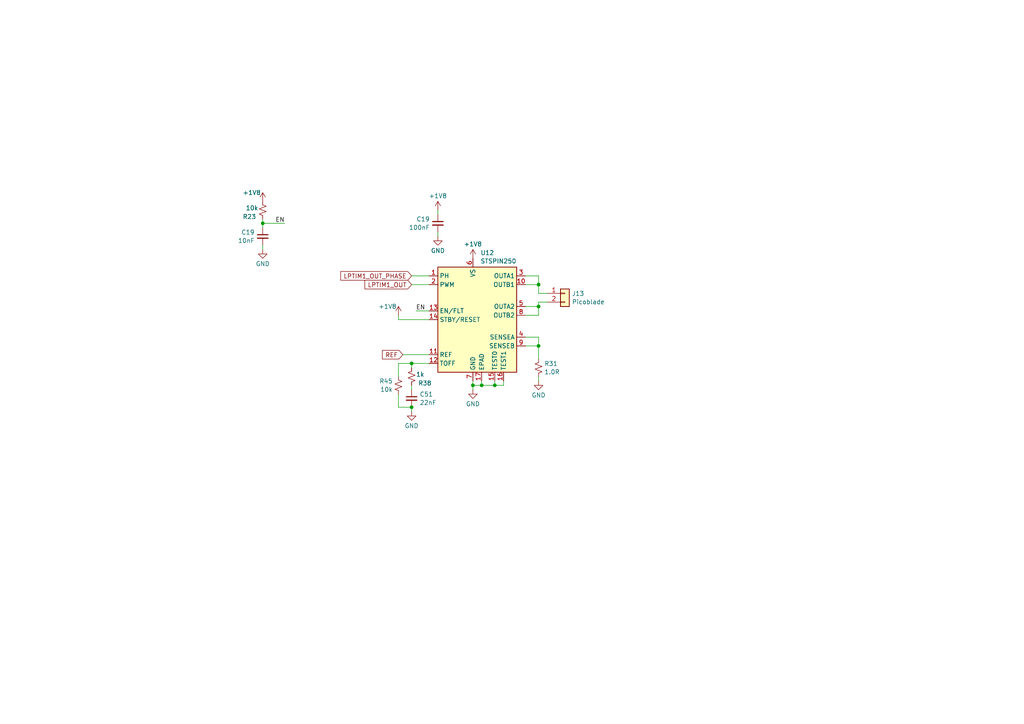
<source format=kicad_sch>
(kicad_sch (version 20230121) (generator eeschema)

  (uuid d3ae3c29-a710-4f7b-94c4-9f99cb159c5b)

  (paper "A4")

  (lib_symbols
    (symbol "Connector_Generic:Conn_01x02" (pin_names (offset 1.016) hide) (in_bom yes) (on_board yes)
      (property "Reference" "J" (at 0 2.54 0)
        (effects (font (size 1.27 1.27)))
      )
      (property "Value" "Conn_01x02" (at 0 -5.08 0)
        (effects (font (size 1.27 1.27)))
      )
      (property "Footprint" "" (at 0 0 0)
        (effects (font (size 1.27 1.27)) hide)
      )
      (property "Datasheet" "~" (at 0 0 0)
        (effects (font (size 1.27 1.27)) hide)
      )
      (property "ki_keywords" "connector" (at 0 0 0)
        (effects (font (size 1.27 1.27)) hide)
      )
      (property "ki_description" "Generic connector, single row, 01x02, script generated (kicad-library-utils/schlib/autogen/connector/)" (at 0 0 0)
        (effects (font (size 1.27 1.27)) hide)
      )
      (property "ki_fp_filters" "Connector*:*_1x??_*" (at 0 0 0)
        (effects (font (size 1.27 1.27)) hide)
      )
      (symbol "Conn_01x02_1_1"
        (rectangle (start -1.27 -2.413) (end 0 -2.667)
          (stroke (width 0.1524) (type default))
          (fill (type none))
        )
        (rectangle (start -1.27 0.127) (end 0 -0.127)
          (stroke (width 0.1524) (type default))
          (fill (type none))
        )
        (rectangle (start -1.27 1.27) (end 1.27 -3.81)
          (stroke (width 0.254) (type default))
          (fill (type background))
        )
        (pin passive line (at -5.08 0 0) (length 3.81)
          (name "Pin_1" (effects (font (size 1.27 1.27))))
          (number "1" (effects (font (size 1.27 1.27))))
        )
        (pin passive line (at -5.08 -2.54 0) (length 3.81)
          (name "Pin_2" (effects (font (size 1.27 1.27))))
          (number "2" (effects (font (size 1.27 1.27))))
        )
      )
    )
    (symbol "Device:C_Small" (pin_numbers hide) (pin_names (offset 0.254) hide) (in_bom yes) (on_board yes)
      (property "Reference" "C" (at 0.254 1.778 0)
        (effects (font (size 1.27 1.27)) (justify left))
      )
      (property "Value" "C_Small" (at 0.254 -2.032 0)
        (effects (font (size 1.27 1.27)) (justify left))
      )
      (property "Footprint" "" (at 0 0 0)
        (effects (font (size 1.27 1.27)) hide)
      )
      (property "Datasheet" "~" (at 0 0 0)
        (effects (font (size 1.27 1.27)) hide)
      )
      (property "ki_keywords" "capacitor cap" (at 0 0 0)
        (effects (font (size 1.27 1.27)) hide)
      )
      (property "ki_description" "Unpolarized capacitor, small symbol" (at 0 0 0)
        (effects (font (size 1.27 1.27)) hide)
      )
      (property "ki_fp_filters" "C_*" (at 0 0 0)
        (effects (font (size 1.27 1.27)) hide)
      )
      (symbol "C_Small_0_1"
        (polyline
          (pts
            (xy -1.524 -0.508)
            (xy 1.524 -0.508)
          )
          (stroke (width 0.3302) (type default))
          (fill (type none))
        )
        (polyline
          (pts
            (xy -1.524 0.508)
            (xy 1.524 0.508)
          )
          (stroke (width 0.3048) (type default))
          (fill (type none))
        )
      )
      (symbol "C_Small_1_1"
        (pin passive line (at 0 2.54 270) (length 2.032)
          (name "~" (effects (font (size 1.27 1.27))))
          (number "1" (effects (font (size 1.27 1.27))))
        )
        (pin passive line (at 0 -2.54 90) (length 2.032)
          (name "~" (effects (font (size 1.27 1.27))))
          (number "2" (effects (font (size 1.27 1.27))))
        )
      )
    )
    (symbol "Device:R_Small_US" (pin_numbers hide) (pin_names (offset 0.254) hide) (in_bom yes) (on_board yes)
      (property "Reference" "R" (at 0.762 0.508 0)
        (effects (font (size 1.27 1.27)) (justify left))
      )
      (property "Value" "R_Small_US" (at 0.762 -1.016 0)
        (effects (font (size 1.27 1.27)) (justify left))
      )
      (property "Footprint" "" (at 0 0 0)
        (effects (font (size 1.27 1.27)) hide)
      )
      (property "Datasheet" "~" (at 0 0 0)
        (effects (font (size 1.27 1.27)) hide)
      )
      (property "ki_keywords" "r resistor" (at 0 0 0)
        (effects (font (size 1.27 1.27)) hide)
      )
      (property "ki_description" "Resistor, small US symbol" (at 0 0 0)
        (effects (font (size 1.27 1.27)) hide)
      )
      (property "ki_fp_filters" "R_*" (at 0 0 0)
        (effects (font (size 1.27 1.27)) hide)
      )
      (symbol "R_Small_US_1_1"
        (polyline
          (pts
            (xy 0 0)
            (xy 1.016 -0.381)
            (xy 0 -0.762)
            (xy -1.016 -1.143)
            (xy 0 -1.524)
          )
          (stroke (width 0) (type default))
          (fill (type none))
        )
        (polyline
          (pts
            (xy 0 1.524)
            (xy 1.016 1.143)
            (xy 0 0.762)
            (xy -1.016 0.381)
            (xy 0 0)
          )
          (stroke (width 0) (type default))
          (fill (type none))
        )
        (pin passive line (at 0 2.54 270) (length 1.016)
          (name "~" (effects (font (size 1.27 1.27))))
          (number "1" (effects (font (size 1.27 1.27))))
        )
        (pin passive line (at 0 -2.54 90) (length 1.016)
          (name "~" (effects (font (size 1.27 1.27))))
          (number "2" (effects (font (size 1.27 1.27))))
        )
      )
    )
    (symbol "components_2:STSPIN250" (in_bom yes) (on_board yes)
      (property "Reference" "U" (at 6.35 21.59 0)
        (effects (font (size 1.27 1.27)))
      )
      (property "Value" "STSPIN250" (at 11.43 19.05 0)
        (effects (font (size 1.27 1.27)))
      )
      (property "Footprint" "" (at 0 24.13 0)
        (effects (font (size 1.27 1.27)) hide)
      )
      (property "Datasheet" "" (at 0 24.13 0)
        (effects (font (size 1.27 1.27)) hide)
      )
      (symbol "STSPIN250_0_1"
        (rectangle (start -10.16 15.24) (end 12.7 -15.24)
          (stroke (width 0.254) (type default))
          (fill (type background))
        )
      )
      (symbol "STSPIN250_1_1"
        (pin input line (at -12.7 12.7 0) (length 2.54)
          (name "PH" (effects (font (size 1.27 1.27))))
          (number "1" (effects (font (size 1.27 1.27))))
        )
        (pin power_out line (at 15.24 10.16 180) (length 2.54)
          (name "OUTB1" (effects (font (size 1.27 1.27))))
          (number "10" (effects (font (size 1.27 1.27))))
        )
        (pin input line (at -12.7 -10.16 0) (length 2.54)
          (name "REF" (effects (font (size 1.27 1.27))))
          (number "11" (effects (font (size 1.27 1.27))))
        )
        (pin input line (at -12.7 -12.7 0) (length 2.54)
          (name "TOFF" (effects (font (size 1.27 1.27))))
          (number "12" (effects (font (size 1.27 1.27))))
        )
        (pin bidirectional line (at -12.7 2.54 0) (length 2.54)
          (name "EN/FLT" (effects (font (size 1.27 1.27))))
          (number "13" (effects (font (size 1.27 1.27))))
        )
        (pin input line (at -12.7 0 0) (length 2.54)
          (name "STBY/RESET" (effects (font (size 1.27 1.27))))
          (number "14" (effects (font (size 1.27 1.27))))
        )
        (pin input line (at 6.35 -17.78 90) (length 2.54)
          (name "TEST0" (effects (font (size 1.27 1.27))))
          (number "15" (effects (font (size 1.27 1.27))))
        )
        (pin input line (at 8.89 -17.78 90) (length 2.54)
          (name "TEST1" (effects (font (size 1.27 1.27))))
          (number "16" (effects (font (size 1.27 1.27))))
        )
        (pin power_in line (at 2.54 -17.78 90) (length 2.54)
          (name "EPAD" (effects (font (size 1.27 1.27))))
          (number "17" (effects (font (size 1.27 1.27))))
        )
        (pin input line (at -12.7 10.16 0) (length 2.54)
          (name "PWM" (effects (font (size 1.27 1.27))))
          (number "2" (effects (font (size 1.27 1.27))))
        )
        (pin power_out line (at 15.24 12.7 180) (length 2.54)
          (name "OUTA1" (effects (font (size 1.27 1.27))))
          (number "3" (effects (font (size 1.27 1.27))))
        )
        (pin power_out line (at 15.24 -5.08 180) (length 2.54)
          (name "SENSEA" (effects (font (size 1.27 1.27))))
          (number "4" (effects (font (size 1.27 1.27))))
        )
        (pin power_out line (at 15.24 3.81 180) (length 2.54)
          (name "OUTA2" (effects (font (size 1.27 1.27))))
          (number "5" (effects (font (size 1.27 1.27))))
        )
        (pin power_in line (at 0 17.78 270) (length 2.54)
          (name "VS" (effects (font (size 1.27 1.27))))
          (number "6" (effects (font (size 1.27 1.27))))
        )
        (pin power_in line (at 0 -17.78 90) (length 2.54)
          (name "GND" (effects (font (size 1.27 1.27))))
          (number "7" (effects (font (size 1.27 1.27))))
        )
        (pin power_out line (at 15.24 1.27 180) (length 2.54)
          (name "OUTB2" (effects (font (size 1.27 1.27))))
          (number "8" (effects (font (size 1.27 1.27))))
        )
        (pin power_out line (at 15.24 -7.62 180) (length 2.54)
          (name "SENSEB" (effects (font (size 1.27 1.27))))
          (number "9" (effects (font (size 1.27 1.27))))
        )
      )
    )
    (symbol "power:+1V8" (power) (pin_names (offset 0)) (in_bom yes) (on_board yes)
      (property "Reference" "#PWR" (at 0 -3.81 0)
        (effects (font (size 1.27 1.27)) hide)
      )
      (property "Value" "+1V8" (at 0 3.556 0)
        (effects (font (size 1.27 1.27)))
      )
      (property "Footprint" "" (at 0 0 0)
        (effects (font (size 1.27 1.27)) hide)
      )
      (property "Datasheet" "" (at 0 0 0)
        (effects (font (size 1.27 1.27)) hide)
      )
      (property "ki_keywords" "global power" (at 0 0 0)
        (effects (font (size 1.27 1.27)) hide)
      )
      (property "ki_description" "Power symbol creates a global label with name \"+1V8\"" (at 0 0 0)
        (effects (font (size 1.27 1.27)) hide)
      )
      (symbol "+1V8_0_1"
        (polyline
          (pts
            (xy -0.762 1.27)
            (xy 0 2.54)
          )
          (stroke (width 0) (type default))
          (fill (type none))
        )
        (polyline
          (pts
            (xy 0 0)
            (xy 0 2.54)
          )
          (stroke (width 0) (type default))
          (fill (type none))
        )
        (polyline
          (pts
            (xy 0 2.54)
            (xy 0.762 1.27)
          )
          (stroke (width 0) (type default))
          (fill (type none))
        )
      )
      (symbol "+1V8_1_1"
        (pin power_in line (at 0 0 90) (length 0) hide
          (name "+1V8" (effects (font (size 1.27 1.27))))
          (number "1" (effects (font (size 1.27 1.27))))
        )
      )
    )
    (symbol "power:GND" (power) (pin_names (offset 0)) (in_bom yes) (on_board yes)
      (property "Reference" "#PWR" (at 0 -6.35 0)
        (effects (font (size 1.27 1.27)) hide)
      )
      (property "Value" "GND" (at 0 -3.81 0)
        (effects (font (size 1.27 1.27)))
      )
      (property "Footprint" "" (at 0 0 0)
        (effects (font (size 1.27 1.27)) hide)
      )
      (property "Datasheet" "" (at 0 0 0)
        (effects (font (size 1.27 1.27)) hide)
      )
      (property "ki_keywords" "global power" (at 0 0 0)
        (effects (font (size 1.27 1.27)) hide)
      )
      (property "ki_description" "Power symbol creates a global label with name \"GND\" , ground" (at 0 0 0)
        (effects (font (size 1.27 1.27)) hide)
      )
      (symbol "GND_0_1"
        (polyline
          (pts
            (xy 0 0)
            (xy 0 -1.27)
            (xy 1.27 -1.27)
            (xy 0 -2.54)
            (xy -1.27 -1.27)
            (xy 0 -1.27)
          )
          (stroke (width 0) (type default))
          (fill (type none))
        )
      )
      (symbol "GND_1_1"
        (pin power_in line (at 0 0 270) (length 0) hide
          (name "GND" (effects (font (size 1.27 1.27))))
          (number "1" (effects (font (size 1.27 1.27))))
        )
      )
    )
  )

  (junction (at 76.2 64.77) (diameter 0) (color 0 0 0 0)
    (uuid 3ad39980-5a08-4777-b7c7-11f57e6c3125)
  )
  (junction (at 156.21 88.9) (diameter 0) (color 0 0 0 0)
    (uuid 434cb4db-e008-497a-ac75-29356549856d)
  )
  (junction (at 156.21 82.55) (diameter 0) (color 0 0 0 0)
    (uuid 73c65292-b353-4b6d-8478-edeff7afb8c7)
  )
  (junction (at 119.38 118.11) (diameter 0) (color 0 0 0 0)
    (uuid 94b6b8c9-8047-4795-9a9c-fb7cd95c839f)
  )
  (junction (at 156.21 100.33) (diameter 0) (color 0 0 0 0)
    (uuid a7a6fb4e-42d6-42a7-bbf0-d6c88e0348fa)
  )
  (junction (at 143.51 111.76) (diameter 0) (color 0 0 0 0)
    (uuid b3b1cf1f-3840-4d7e-9047-79997c3d87d6)
  )
  (junction (at 137.16 111.76) (diameter 0) (color 0 0 0 0)
    (uuid cbccabf5-514d-4f33-a5e2-8afd2e5196d0)
  )
  (junction (at 119.38 105.41) (diameter 0) (color 0 0 0 0)
    (uuid e8e8b19e-38ee-46f6-abe7-2eb9415a0c45)
  )
  (junction (at 139.7 111.76) (diameter 0) (color 0 0 0 0)
    (uuid ef668624-f822-4384-8bde-da48dda47b2b)
  )

  (wire (pts (xy 158.75 87.63) (xy 156.21 87.63))
    (stroke (width 0) (type default))
    (uuid 03cd1acd-860c-41b6-a0cf-6e5051d36e0a)
  )
  (wire (pts (xy 119.38 119.38) (xy 119.38 118.11))
    (stroke (width 0) (type default))
    (uuid 0b449ecc-9c82-4820-8698-d2d4d1a6b484)
  )
  (wire (pts (xy 152.4 91.44) (xy 156.21 91.44))
    (stroke (width 0) (type default))
    (uuid 0eadbab4-a729-4a40-b7f8-df60fec4a64f)
  )
  (wire (pts (xy 115.57 92.71) (xy 124.46 92.71))
    (stroke (width 0) (type default))
    (uuid 0f466d35-9b0b-4ceb-b8cd-ea19adb3e898)
  )
  (wire (pts (xy 143.51 111.76) (xy 143.51 110.49))
    (stroke (width 0) (type default))
    (uuid 19da91f9-6a5f-48be-9fcf-aa2467619f8e)
  )
  (wire (pts (xy 156.21 100.33) (xy 156.21 104.14))
    (stroke (width 0) (type default))
    (uuid 1b9f4e11-f494-4182-b389-bc772a267783)
  )
  (wire (pts (xy 76.2 71.12) (xy 76.2 72.39))
    (stroke (width 0) (type default))
    (uuid 1fb41f1e-e650-41b4-b5a2-3d18be4a3ecc)
  )
  (wire (pts (xy 115.57 105.41) (xy 119.38 105.41))
    (stroke (width 0) (type default))
    (uuid 20724527-7776-4670-b0cc-9f7d650e952e)
  )
  (wire (pts (xy 156.21 97.79) (xy 156.21 100.33))
    (stroke (width 0) (type default))
    (uuid 23522f3e-82c7-4660-bf36-698bed9ff747)
  )
  (wire (pts (xy 115.57 105.41) (xy 115.57 109.22))
    (stroke (width 0) (type default))
    (uuid 266f7f8c-85f0-4bfc-ac14-3e43d1278dbb)
  )
  (wire (pts (xy 116.84 102.87) (xy 124.46 102.87))
    (stroke (width 0) (type default))
    (uuid 281cc014-5e66-4632-bf75-9540f4ceba37)
  )
  (wire (pts (xy 139.7 111.76) (xy 143.51 111.76))
    (stroke (width 0) (type default))
    (uuid 2c7a6d3a-27d4-47e9-a4c8-a2f54c3346dd)
  )
  (wire (pts (xy 115.57 91.44) (xy 115.57 92.71))
    (stroke (width 0) (type default))
    (uuid 2e373b68-696b-43be-8c67-9f63ce48e298)
  )
  (wire (pts (xy 119.38 111.76) (xy 119.38 113.03))
    (stroke (width 0) (type default))
    (uuid 2e7aa4f7-2f59-45c0-9c9e-df1fa5d386ac)
  )
  (wire (pts (xy 76.2 63.5) (xy 76.2 64.77))
    (stroke (width 0) (type default))
    (uuid 4407bbaf-0e7f-4bcb-ba7c-2b8ff1d4d84d)
  )
  (wire (pts (xy 156.21 88.9) (xy 156.21 91.44))
    (stroke (width 0) (type default))
    (uuid 445ea813-6607-4352-8695-0473fe659a8a)
  )
  (wire (pts (xy 137.16 111.76) (xy 137.16 113.03))
    (stroke (width 0) (type default))
    (uuid 45a19862-9131-4617-be6d-7f257a3c5054)
  )
  (wire (pts (xy 139.7 111.76) (xy 139.7 110.49))
    (stroke (width 0) (type default))
    (uuid 487c0dd1-8201-4f33-b8f2-393144b038f8)
  )
  (wire (pts (xy 146.05 111.76) (xy 146.05 110.49))
    (stroke (width 0) (type default))
    (uuid 4ce01599-ccbc-4594-b42d-d099858787a8)
  )
  (wire (pts (xy 137.16 110.49) (xy 137.16 111.76))
    (stroke (width 0) (type default))
    (uuid 603a7429-cd78-4607-ab5d-caf3dfa7385e)
  )
  (wire (pts (xy 119.38 80.01) (xy 124.46 80.01))
    (stroke (width 0) (type default))
    (uuid 62178ed2-11fc-48bb-a976-609e7a9242a0)
  )
  (wire (pts (xy 156.21 85.09) (xy 158.75 85.09))
    (stroke (width 0) (type default))
    (uuid 6d3e1bae-fd32-4e05-b28b-78396ec183c2)
  )
  (wire (pts (xy 127 67.31) (xy 127 68.58))
    (stroke (width 0) (type default))
    (uuid 78851fe2-9688-4dbc-9a81-e27ce981c1f3)
  )
  (wire (pts (xy 156.21 82.55) (xy 156.21 85.09))
    (stroke (width 0) (type default))
    (uuid 815d45b0-8540-4fa8-8a69-4ab3476e3638)
  )
  (wire (pts (xy 152.4 82.55) (xy 156.21 82.55))
    (stroke (width 0) (type default))
    (uuid 911ea3c5-c522-48e4-b8b7-ffe02eb55a93)
  )
  (wire (pts (xy 143.51 111.76) (xy 146.05 111.76))
    (stroke (width 0) (type default))
    (uuid 91d6b792-46f7-47f9-91e4-44f1397bc96d)
  )
  (wire (pts (xy 152.4 97.79) (xy 156.21 97.79))
    (stroke (width 0) (type default))
    (uuid a13d80eb-dd9f-4a70-b224-482e1c96e3df)
  )
  (wire (pts (xy 156.21 88.9) (xy 152.4 88.9))
    (stroke (width 0) (type default))
    (uuid a660deba-e634-41a5-9be9-1acdd54ca362)
  )
  (wire (pts (xy 152.4 100.33) (xy 156.21 100.33))
    (stroke (width 0) (type default))
    (uuid b7184f51-76fc-4818-af53-3af825e81bd1)
  )
  (wire (pts (xy 76.2 64.77) (xy 82.55 64.77))
    (stroke (width 0) (type default))
    (uuid c0e37250-c2e0-4611-ad9e-cfc13edbbc60)
  )
  (wire (pts (xy 115.57 118.11) (xy 119.38 118.11))
    (stroke (width 0) (type default))
    (uuid c318da2f-fddf-4636-993e-5bc7cca1beac)
  )
  (wire (pts (xy 119.38 82.55) (xy 124.46 82.55))
    (stroke (width 0) (type default))
    (uuid dac61ceb-cf48-45b1-aca8-fd2a6b430dd9)
  )
  (wire (pts (xy 156.21 80.01) (xy 156.21 82.55))
    (stroke (width 0) (type default))
    (uuid df2ba190-63ee-43e9-80ec-603bc7b1877f)
  )
  (wire (pts (xy 137.16 111.76) (xy 139.7 111.76))
    (stroke (width 0) (type default))
    (uuid e3059f48-6eba-4772-a1e5-7160201bb03c)
  )
  (wire (pts (xy 120.65 90.17) (xy 124.46 90.17))
    (stroke (width 0) (type default))
    (uuid e9a31b84-fa76-47dc-b181-4530f0359c14)
  )
  (wire (pts (xy 156.21 109.22) (xy 156.21 110.49))
    (stroke (width 0) (type default))
    (uuid eb020714-22ff-400a-b95c-78631cd48784)
  )
  (wire (pts (xy 119.38 105.41) (xy 119.38 106.68))
    (stroke (width 0) (type default))
    (uuid f1eb8655-58c5-4a22-8f79-c4cc1f1bf9d1)
  )
  (wire (pts (xy 76.2 64.77) (xy 76.2 66.04))
    (stroke (width 0) (type default))
    (uuid f33bff3b-b7f3-4ae5-bb65-06ceb84fb9b5)
  )
  (wire (pts (xy 127 60.96) (xy 127 62.23))
    (stroke (width 0) (type default))
    (uuid f720122c-4380-418b-9614-9675d2e484e4)
  )
  (wire (pts (xy 115.57 114.3) (xy 115.57 118.11))
    (stroke (width 0) (type default))
    (uuid f7316a7e-2476-4819-8fb7-96fb7a77e1e5)
  )
  (wire (pts (xy 119.38 105.41) (xy 124.46 105.41))
    (stroke (width 0) (type default))
    (uuid f7a28afd-0294-4a52-a35d-87b0cb052b0f)
  )
  (wire (pts (xy 156.21 87.63) (xy 156.21 88.9))
    (stroke (width 0) (type default))
    (uuid fd07932c-b6c9-4dc1-bdde-48111e3bddea)
  )
  (wire (pts (xy 152.4 80.01) (xy 156.21 80.01))
    (stroke (width 0) (type default))
    (uuid fd3999ed-52e0-460b-b2ea-b4287d468792)
  )

  (label "EN" (at 82.55 64.77 180) (fields_autoplaced)
    (effects (font (size 1.27 1.27)) (justify right bottom))
    (uuid 45f02af7-4952-4b45-943e-0cbfd481134d)
  )
  (label "EN" (at 120.65 90.17 0) (fields_autoplaced)
    (effects (font (size 1.27 1.27)) (justify left bottom))
    (uuid cc3ae181-a2dc-4730-89a8-d239b9afe088)
  )

  (global_label "REF" (shape input) (at 116.84 102.87 180) (fields_autoplaced)
    (effects (font (size 1.27 1.27)) (justify right))
    (uuid 2e383397-94af-46dc-b4f4-3dcdc8924afc)
    (property "Intersheetrefs" "${INTERSHEET_REFS}" (at 110.3472 102.87 0)
      (effects (font (size 1.27 1.27)) (justify right) hide)
    )
  )
  (global_label "LPTIM1_OUT" (shape input) (at 119.38 82.55 180) (fields_autoplaced)
    (effects (font (size 1.27 1.27)) (justify right))
    (uuid 52a4f5b4-da5d-4a30-a924-7f51fca44007)
    (property "Intersheetrefs" "${INTERSHEET_REFS}" (at 105.2672 82.55 0)
      (effects (font (size 1.27 1.27)) (justify right) hide)
    )
  )
  (global_label "LPTIM1_OUT_PHASE" (shape input) (at 119.38 80.01 180) (fields_autoplaced)
    (effects (font (size 1.27 1.27)) (justify right))
    (uuid 7697b70d-85b4-4e49-aea0-5f6d529f4ffb)
    (property "Intersheetrefs" "${INTERSHEET_REFS}" (at 98.252 80.01 0)
      (effects (font (size 1.27 1.27)) (justify right) hide)
    )
  )

  (symbol (lib_id "power:GND") (at 76.2 72.39 0) (unit 1)
    (in_bom yes) (on_board yes) (dnp no)
    (uuid 010b0637-33bd-4cb4-b7bb-c4f5b4d37c9c)
    (property "Reference" "#PWR064" (at 76.2 78.74 0)
      (effects (font (size 1.27 1.27)) hide)
    )
    (property "Value" "GND" (at 76.2 76.5231 0)
      (effects (font (size 1.27 1.27)))
    )
    (property "Footprint" "" (at 76.2 72.39 0)
      (effects (font (size 1.27 1.27)) hide)
    )
    (property "Datasheet" "" (at 76.2 72.39 0)
      (effects (font (size 1.27 1.27)) hide)
    )
    (pin "1" (uuid 33bdab63-213e-4c02-b94a-6f1ec3740647))
    (instances
      (project "KASM_PCB_REV1"
        (path "/bcd76057-59fd-41c5-bb52-9bafb2ef74e0/04e958db-aa3d-41e7-905b-1283accbf3a5"
          (reference "#PWR064") (unit 1)
        )
        (path "/bcd76057-59fd-41c5-bb52-9bafb2ef74e0/04e958db-aa3d-41e7-905b-1283accbf3a5/317da025-5f62-4c93-8d06-7954e608af1c"
          (reference "#PWR015") (unit 1)
        )
        (path "/bcd76057-59fd-41c5-bb52-9bafb2ef74e0/04e958db-aa3d-41e7-905b-1283accbf3a5/fb97f32a-344e-42d0-80a3-2f30f649c95b"
          (reference "#PWR086") (unit 1)
        )
      )
    )
  )

  (symbol (lib_id "Device:R_Small_US") (at 76.2 60.96 0) (unit 1)
    (in_bom yes) (on_board yes) (dnp no)
    (uuid 167dbfcf-52a0-4713-bcc6-7a8b28426714)
    (property "Reference" "R23" (at 74.295 62.865 0)
      (effects (font (size 1.27 1.27)) (justify right))
    )
    (property "Value" "10k" (at 74.93 60.325 0)
      (effects (font (size 1.27 1.27)) (justify right))
    )
    (property "Footprint" "Resistor_SMD:R_0402_1005Metric" (at 76.2 60.96 0)
      (effects (font (size 1.27 1.27)) hide)
    )
    (property "Datasheet" "~" (at 76.2 60.96 0)
      (effects (font (size 1.27 1.27)) hide)
    )
    (property "LCSC" "C25744" (at 76.2 60.96 0)
      (effects (font (size 1.27 1.27)) hide)
    )
    (pin "1" (uuid ed382d51-9bc5-4923-868d-3c075c54ffa2))
    (pin "2" (uuid 88870621-3241-445c-9c50-95748893e176))
    (instances
      (project "KASM_PCB_REV1"
        (path "/bcd76057-59fd-41c5-bb52-9bafb2ef74e0/04e958db-aa3d-41e7-905b-1283accbf3a5"
          (reference "R23") (unit 1)
        )
        (path "/bcd76057-59fd-41c5-bb52-9bafb2ef74e0/04e958db-aa3d-41e7-905b-1283accbf3a5/317da025-5f62-4c93-8d06-7954e608af1c"
          (reference "R23") (unit 1)
        )
        (path "/bcd76057-59fd-41c5-bb52-9bafb2ef74e0/04e958db-aa3d-41e7-905b-1283accbf3a5/fb97f32a-344e-42d0-80a3-2f30f649c95b"
          (reference "R35") (unit 1)
        )
      )
    )
  )

  (symbol (lib_id "components_2:STSPIN250") (at 137.16 92.71 0) (unit 1)
    (in_bom yes) (on_board yes) (dnp no) (fields_autoplaced)
    (uuid 19eeca92-6ca8-4a31-b672-8fde65669788)
    (property "Reference" "U12" (at 139.3541 73.3257 0)
      (effects (font (size 1.27 1.27)) (justify left))
    )
    (property "Value" "STSPIN250" (at 139.3541 75.7499 0)
      (effects (font (size 1.27 1.27)) (justify left))
    )
    (property "Footprint" "Ultra_librarian:VFQFPN16_STSPIN_STM" (at 137.16 68.58 0)
      (effects (font (size 1.27 1.27)) hide)
    )
    (property "Datasheet" "" (at 137.16 68.58 0)
      (effects (font (size 1.27 1.27)) hide)
    )
    (property "LCSC" "C155561" (at 137.16 92.71 0)
      (effects (font (size 1.27 1.27)) hide)
    )
    (pin "1" (uuid e46c6c14-ad89-41e7-8adc-19629b9363a5))
    (pin "10" (uuid 97811da0-6c20-4a56-8acc-ede948d652a4))
    (pin "11" (uuid 6cd8da83-5e41-42b5-9795-1502d753ce59))
    (pin "12" (uuid 5072d2bc-849c-45b0-86a6-f246efd8c396))
    (pin "13" (uuid 4e2c5edb-598c-4673-981e-bcf1a29386c7))
    (pin "14" (uuid ed236e16-818c-40c0-8947-e853eeccb1af))
    (pin "15" (uuid 027bc0af-25d8-4ee4-b50a-e4daa7fb83c4))
    (pin "16" (uuid 1f78152d-2d05-4851-8d13-4c6d33a2c056))
    (pin "17" (uuid 2a41c778-4014-4d8b-a467-265f45364098))
    (pin "2" (uuid d0ed151e-5bd0-4e9e-9f18-83566a9c2c95))
    (pin "3" (uuid e5cded07-f179-4277-acae-df617063fae1))
    (pin "4" (uuid 7dcbdaa4-9ce3-441b-bc2b-1453d2e23489))
    (pin "5" (uuid 73c7dc44-4717-45ba-9c72-8d83ddba3050))
    (pin "6" (uuid b625d927-c8b1-4d35-b443-f77956de00b2))
    (pin "7" (uuid fac90f5f-7773-4d00-a29d-cf122037bab4))
    (pin "8" (uuid a5d3c886-c924-40c6-89f2-10d7a9adb180))
    (pin "9" (uuid 917c6d82-403f-49be-8bb7-e6186ace1d0d))
    (instances
      (project "KASM_PCB_REV1"
        (path "/bcd76057-59fd-41c5-bb52-9bafb2ef74e0/04e958db-aa3d-41e7-905b-1283accbf3a5"
          (reference "U12") (unit 1)
        )
        (path "/bcd76057-59fd-41c5-bb52-9bafb2ef74e0/04e958db-aa3d-41e7-905b-1283accbf3a5/18dc00ae-3159-4780-b672-12977f79e5ac"
          (reference "U5") (unit 1)
        )
        (path "/bcd76057-59fd-41c5-bb52-9bafb2ef74e0/04e958db-aa3d-41e7-905b-1283accbf3a5/0e4a8bf2-0dd0-4daf-93f5-21aaab6e9079"
          (reference "U12") (unit 1)
        )
        (path "/bcd76057-59fd-41c5-bb52-9bafb2ef74e0/04e958db-aa3d-41e7-905b-1283accbf3a5/fa3e3175-0ec2-4c23-918b-18b69f6d22c9"
          (reference "U7") (unit 1)
        )
        (path "/bcd76057-59fd-41c5-bb52-9bafb2ef74e0/04e958db-aa3d-41e7-905b-1283accbf3a5/5eb57887-e81e-4477-9dd7-7aacc0de0d0b"
          (reference "U34") (unit 1)
        )
        (path "/bcd76057-59fd-41c5-bb52-9bafb2ef74e0/04e958db-aa3d-41e7-905b-1283accbf3a5/e0928f68-e618-4bed-a90d-d4217e4537fe"
          (reference "U35") (unit 1)
        )
        (path "/bcd76057-59fd-41c5-bb52-9bafb2ef74e0/04e958db-aa3d-41e7-905b-1283accbf3a5/035548b8-a31f-4ce4-88ad-eb25e49c8086"
          (reference "U36") (unit 1)
        )
        (path "/bcd76057-59fd-41c5-bb52-9bafb2ef74e0/04e958db-aa3d-41e7-905b-1283accbf3a5/ea7abcee-3bcc-4e0d-ba1f-bfc5afeaff56"
          (reference "U37") (unit 1)
        )
        (path "/bcd76057-59fd-41c5-bb52-9bafb2ef74e0/04e958db-aa3d-41e7-905b-1283accbf3a5/d43b2610-0e88-49f5-accf-91021c3a3747"
          (reference "U38") (unit 1)
        )
        (path "/bcd76057-59fd-41c5-bb52-9bafb2ef74e0/04e958db-aa3d-41e7-905b-1283accbf3a5/183aa310-3222-4137-baac-257f5699b820"
          (reference "U39") (unit 1)
        )
        (path "/bcd76057-59fd-41c5-bb52-9bafb2ef74e0/04e958db-aa3d-41e7-905b-1283accbf3a5/517c7ed0-094c-4bf8-893e-b74da427973a"
          (reference "U40") (unit 1)
        )
        (path "/bcd76057-59fd-41c5-bb52-9bafb2ef74e0/04e958db-aa3d-41e7-905b-1283accbf3a5/31bee4a8-b94d-44ab-a7b7-0e5ab7943934"
          (reference "U41") (unit 1)
        )
        (path "/bcd76057-59fd-41c5-bb52-9bafb2ef74e0/04e958db-aa3d-41e7-905b-1283accbf3a5/3c7f0f67-84e4-46e0-ae69-a3c8008fc518"
          (reference "U42") (unit 1)
        )
        (path "/bcd76057-59fd-41c5-bb52-9bafb2ef74e0/04e958db-aa3d-41e7-905b-1283accbf3a5/09624144-9abc-4214-b8b3-19be92fa01bb"
          (reference "U43") (unit 1)
        )
        (path "/bcd76057-59fd-41c5-bb52-9bafb2ef74e0/04e958db-aa3d-41e7-905b-1283accbf3a5/debcf873-ffd9-4218-a838-354e10f40114"
          (reference "U44") (unit 1)
        )
        (path "/bcd76057-59fd-41c5-bb52-9bafb2ef74e0/04e958db-aa3d-41e7-905b-1283accbf3a5/f3d20732-cdac-44e3-a331-3cd31b97ff57"
          (reference "U45") (unit 1)
        )
        (path "/bcd76057-59fd-41c5-bb52-9bafb2ef74e0/04e958db-aa3d-41e7-905b-1283accbf3a5/d282b751-7721-4014-b2b7-469980c2fd3d"
          (reference "U46") (unit 1)
        )
        (path "/bcd76057-59fd-41c5-bb52-9bafb2ef74e0/04e958db-aa3d-41e7-905b-1283accbf3a5/2f342150-1aa1-4808-811e-c8652a7360ed"
          (reference "U47") (unit 1)
        )
        (path "/bcd76057-59fd-41c5-bb52-9bafb2ef74e0/04e958db-aa3d-41e7-905b-1283accbf3a5/880b3b36-85e8-4c3c-aa09-491ac2842d9f"
          (reference "U48") (unit 1)
        )
        (path "/bcd76057-59fd-41c5-bb52-9bafb2ef74e0/04e958db-aa3d-41e7-905b-1283accbf3a5/a00a6dc6-5da7-4e1f-b4ec-6af8efc204f4"
          (reference "U49") (unit 1)
        )
        (path "/bcd76057-59fd-41c5-bb52-9bafb2ef74e0/04e958db-aa3d-41e7-905b-1283accbf3a5/758d2951-640e-4c88-be12-1a100eb086a5"
          (reference "U51") (unit 1)
        )
        (path "/bcd76057-59fd-41c5-bb52-9bafb2ef74e0/04e958db-aa3d-41e7-905b-1283accbf3a5/1e6d7f69-4122-453e-9254-d2339f5150d7"
          (reference "U52") (unit 1)
        )
        (path "/bcd76057-59fd-41c5-bb52-9bafb2ef74e0/04e958db-aa3d-41e7-905b-1283accbf3a5/cc8e9e82-b38f-4c96-81d0-3ca8ac77f771"
          (reference "U53") (unit 1)
        )
        (path "/bcd76057-59fd-41c5-bb52-9bafb2ef74e0/04e958db-aa3d-41e7-905b-1283accbf3a5/b1894ed9-6a63-4439-a2e8-1827c3e49ee7"
          (reference "U54") (unit 1)
        )
        (path "/bcd76057-59fd-41c5-bb52-9bafb2ef74e0/04e958db-aa3d-41e7-905b-1283accbf3a5/a49d49c7-da1f-4137-a620-bdc9f58595d1"
          (reference "U55") (unit 1)
        )
        (path "/bcd76057-59fd-41c5-bb52-9bafb2ef74e0/04e958db-aa3d-41e7-905b-1283accbf3a5/80cd4e08-0efe-488f-8e92-54beb1b4d1f2"
          (reference "U56") (unit 1)
        )
        (path "/bcd76057-59fd-41c5-bb52-9bafb2ef74e0/04e958db-aa3d-41e7-905b-1283accbf3a5/317da025-5f62-4c93-8d06-7954e608af1c"
          (reference "U57") (unit 1)
        )
        (path "/bcd76057-59fd-41c5-bb52-9bafb2ef74e0/04e958db-aa3d-41e7-905b-1283accbf3a5/fb97f32a-344e-42d0-80a3-2f30f649c95b"
          (reference "U50") (unit 1)
        )
      )
    )
  )

  (symbol (lib_id "power:GND") (at 119.38 119.38 0) (unit 1)
    (in_bom yes) (on_board yes) (dnp no)
    (uuid 1b560aea-f1d1-4242-9055-9226e0b1f112)
    (property "Reference" "#PWR0113" (at 119.38 125.73 0)
      (effects (font (size 1.27 1.27)) hide)
    )
    (property "Value" "GND" (at 119.38 123.5131 0)
      (effects (font (size 1.27 1.27)))
    )
    (property "Footprint" "" (at 119.38 119.38 0)
      (effects (font (size 1.27 1.27)) hide)
    )
    (property "Datasheet" "" (at 119.38 119.38 0)
      (effects (font (size 1.27 1.27)) hide)
    )
    (pin "1" (uuid 4637a27a-c5c6-4311-b6dc-3fecae4bd51a))
    (instances
      (project "KASM_PCB_REV1"
        (path "/bcd76057-59fd-41c5-bb52-9bafb2ef74e0/04e958db-aa3d-41e7-905b-1283accbf3a5"
          (reference "#PWR0113") (unit 1)
        )
        (path "/bcd76057-59fd-41c5-bb52-9bafb2ef74e0/04e958db-aa3d-41e7-905b-1283accbf3a5/18dc00ae-3159-4780-b672-12977f79e5ac"
          (reference "#PWR0106") (unit 1)
        )
        (path "/bcd76057-59fd-41c5-bb52-9bafb2ef74e0/04e958db-aa3d-41e7-905b-1283accbf3a5/0e4a8bf2-0dd0-4daf-93f5-21aaab6e9079"
          (reference "#PWR0262") (unit 1)
        )
        (path "/bcd76057-59fd-41c5-bb52-9bafb2ef74e0/04e958db-aa3d-41e7-905b-1283accbf3a5/fa3e3175-0ec2-4c23-918b-18b69f6d22c9"
          (reference "#PWR0108") (unit 1)
        )
        (path "/bcd76057-59fd-41c5-bb52-9bafb2ef74e0/04e958db-aa3d-41e7-905b-1283accbf3a5/5eb57887-e81e-4477-9dd7-7aacc0de0d0b"
          (reference "#PWR0269") (unit 1)
        )
        (path "/bcd76057-59fd-41c5-bb52-9bafb2ef74e0/04e958db-aa3d-41e7-905b-1283accbf3a5/e0928f68-e618-4bed-a90d-d4217e4537fe"
          (reference "#PWR0276") (unit 1)
        )
        (path "/bcd76057-59fd-41c5-bb52-9bafb2ef74e0/04e958db-aa3d-41e7-905b-1283accbf3a5/035548b8-a31f-4ce4-88ad-eb25e49c8086"
          (reference "#PWR0283") (unit 1)
        )
        (path "/bcd76057-59fd-41c5-bb52-9bafb2ef74e0/04e958db-aa3d-41e7-905b-1283accbf3a5/ea7abcee-3bcc-4e0d-ba1f-bfc5afeaff56"
          (reference "#PWR0290") (unit 1)
        )
        (path "/bcd76057-59fd-41c5-bb52-9bafb2ef74e0/04e958db-aa3d-41e7-905b-1283accbf3a5/d43b2610-0e88-49f5-accf-91021c3a3747"
          (reference "#PWR0297") (unit 1)
        )
        (path "/bcd76057-59fd-41c5-bb52-9bafb2ef74e0/04e958db-aa3d-41e7-905b-1283accbf3a5/183aa310-3222-4137-baac-257f5699b820"
          (reference "#PWR0304") (unit 1)
        )
        (path "/bcd76057-59fd-41c5-bb52-9bafb2ef74e0/04e958db-aa3d-41e7-905b-1283accbf3a5/517c7ed0-094c-4bf8-893e-b74da427973a"
          (reference "#PWR0311") (unit 1)
        )
        (path "/bcd76057-59fd-41c5-bb52-9bafb2ef74e0/04e958db-aa3d-41e7-905b-1283accbf3a5/31bee4a8-b94d-44ab-a7b7-0e5ab7943934"
          (reference "#PWR0318") (unit 1)
        )
        (path "/bcd76057-59fd-41c5-bb52-9bafb2ef74e0/04e958db-aa3d-41e7-905b-1283accbf3a5/3c7f0f67-84e4-46e0-ae69-a3c8008fc518"
          (reference "#PWR0325") (unit 1)
        )
        (path "/bcd76057-59fd-41c5-bb52-9bafb2ef74e0/04e958db-aa3d-41e7-905b-1283accbf3a5/09624144-9abc-4214-b8b3-19be92fa01bb"
          (reference "#PWR0332") (unit 1)
        )
        (path "/bcd76057-59fd-41c5-bb52-9bafb2ef74e0/04e958db-aa3d-41e7-905b-1283accbf3a5/debcf873-ffd9-4218-a838-354e10f40114"
          (reference "#PWR0339") (unit 1)
        )
        (path "/bcd76057-59fd-41c5-bb52-9bafb2ef74e0/04e958db-aa3d-41e7-905b-1283accbf3a5/f3d20732-cdac-44e3-a331-3cd31b97ff57"
          (reference "#PWR0346") (unit 1)
        )
        (path "/bcd76057-59fd-41c5-bb52-9bafb2ef74e0/04e958db-aa3d-41e7-905b-1283accbf3a5/d282b751-7721-4014-b2b7-469980c2fd3d"
          (reference "#PWR0353") (unit 1)
        )
        (path "/bcd76057-59fd-41c5-bb52-9bafb2ef74e0/04e958db-aa3d-41e7-905b-1283accbf3a5/2f342150-1aa1-4808-811e-c8652a7360ed"
          (reference "#PWR0360") (unit 1)
        )
        (path "/bcd76057-59fd-41c5-bb52-9bafb2ef74e0/04e958db-aa3d-41e7-905b-1283accbf3a5/880b3b36-85e8-4c3c-aa09-491ac2842d9f"
          (reference "#PWR0367") (unit 1)
        )
        (path "/bcd76057-59fd-41c5-bb52-9bafb2ef74e0/04e958db-aa3d-41e7-905b-1283accbf3a5/a00a6dc6-5da7-4e1f-b4ec-6af8efc204f4"
          (reference "#PWR0374") (unit 1)
        )
        (path "/bcd76057-59fd-41c5-bb52-9bafb2ef74e0/04e958db-aa3d-41e7-905b-1283accbf3a5/758d2951-640e-4c88-be12-1a100eb086a5"
          (reference "#PWR0388") (unit 1)
        )
        (path "/bcd76057-59fd-41c5-bb52-9bafb2ef74e0/04e958db-aa3d-41e7-905b-1283accbf3a5/1e6d7f69-4122-453e-9254-d2339f5150d7"
          (reference "#PWR0395") (unit 1)
        )
        (path "/bcd76057-59fd-41c5-bb52-9bafb2ef74e0/04e958db-aa3d-41e7-905b-1283accbf3a5/cc8e9e82-b38f-4c96-81d0-3ca8ac77f771"
          (reference "#PWR0402") (unit 1)
        )
        (path "/bcd76057-59fd-41c5-bb52-9bafb2ef74e0/04e958db-aa3d-41e7-905b-1283accbf3a5/b1894ed9-6a63-4439-a2e8-1827c3e49ee7"
          (reference "#PWR0409") (unit 1)
        )
        (path "/bcd76057-59fd-41c5-bb52-9bafb2ef74e0/04e958db-aa3d-41e7-905b-1283accbf3a5/a49d49c7-da1f-4137-a620-bdc9f58595d1"
          (reference "#PWR0416") (unit 1)
        )
        (path "/bcd76057-59fd-41c5-bb52-9bafb2ef74e0/04e958db-aa3d-41e7-905b-1283accbf3a5/80cd4e08-0efe-488f-8e92-54beb1b4d1f2"
          (reference "#PWR0423") (unit 1)
        )
        (path "/bcd76057-59fd-41c5-bb52-9bafb2ef74e0/04e958db-aa3d-41e7-905b-1283accbf3a5/317da025-5f62-4c93-8d06-7954e608af1c"
          (reference "#PWR0430") (unit 1)
        )
        (path "/bcd76057-59fd-41c5-bb52-9bafb2ef74e0/04e958db-aa3d-41e7-905b-1283accbf3a5/fb97f32a-344e-42d0-80a3-2f30f649c95b"
          (reference "#PWR0381") (unit 1)
        )
      )
    )
  )

  (symbol (lib_id "Device:R_Small_US") (at 115.57 111.76 0) (unit 1)
    (in_bom yes) (on_board yes) (dnp no)
    (uuid 1c0f638b-f20f-4b2e-b1b4-83a656ba64a2)
    (property "Reference" "R45" (at 113.919 110.5479 0)
      (effects (font (size 1.27 1.27)) (justify right))
    )
    (property "Value" "10k" (at 113.919 112.9721 0)
      (effects (font (size 1.27 1.27)) (justify right))
    )
    (property "Footprint" "Resistor_SMD:R_0402_1005Metric" (at 115.57 111.76 0)
      (effects (font (size 1.27 1.27)) hide)
    )
    (property "Datasheet" "~" (at 115.57 111.76 0)
      (effects (font (size 1.27 1.27)) hide)
    )
    (property "LCSC" "C25744" (at 115.57 111.76 0)
      (effects (font (size 1.27 1.27)) hide)
    )
    (pin "1" (uuid 32b177db-daf9-4a6b-9c8f-4c4a6aa2c23e))
    (pin "2" (uuid 07fe93d4-1469-4ba6-a4b1-0eeff5425a0e))
    (instances
      (project "KASM_PCB_REV1"
        (path "/bcd76057-59fd-41c5-bb52-9bafb2ef74e0/04e958db-aa3d-41e7-905b-1283accbf3a5"
          (reference "R45") (unit 1)
        )
        (path "/bcd76057-59fd-41c5-bb52-9bafb2ef74e0/04e958db-aa3d-41e7-905b-1283accbf3a5/18dc00ae-3159-4780-b672-12977f79e5ac"
          (reference "R45") (unit 1)
        )
        (path "/bcd76057-59fd-41c5-bb52-9bafb2ef74e0/04e958db-aa3d-41e7-905b-1283accbf3a5/0e4a8bf2-0dd0-4daf-93f5-21aaab6e9079"
          (reference "R110") (unit 1)
        )
        (path "/bcd76057-59fd-41c5-bb52-9bafb2ef74e0/04e958db-aa3d-41e7-905b-1283accbf3a5/fa3e3175-0ec2-4c23-918b-18b69f6d22c9"
          (reference "R40") (unit 1)
        )
        (path "/bcd76057-59fd-41c5-bb52-9bafb2ef74e0/04e958db-aa3d-41e7-905b-1283accbf3a5/5eb57887-e81e-4477-9dd7-7aacc0de0d0b"
          (reference "R113") (unit 1)
        )
        (path "/bcd76057-59fd-41c5-bb52-9bafb2ef74e0/04e958db-aa3d-41e7-905b-1283accbf3a5/e0928f68-e618-4bed-a90d-d4217e4537fe"
          (reference "R116") (unit 1)
        )
        (path "/bcd76057-59fd-41c5-bb52-9bafb2ef74e0/04e958db-aa3d-41e7-905b-1283accbf3a5/035548b8-a31f-4ce4-88ad-eb25e49c8086"
          (reference "R119") (unit 1)
        )
        (path "/bcd76057-59fd-41c5-bb52-9bafb2ef74e0/04e958db-aa3d-41e7-905b-1283accbf3a5/ea7abcee-3bcc-4e0d-ba1f-bfc5afeaff56"
          (reference "R122") (unit 1)
        )
        (path "/bcd76057-59fd-41c5-bb52-9bafb2ef74e0/04e958db-aa3d-41e7-905b-1283accbf3a5/d43b2610-0e88-49f5-accf-91021c3a3747"
          (reference "R125") (unit 1)
        )
        (path "/bcd76057-59fd-41c5-bb52-9bafb2ef74e0/04e958db-aa3d-41e7-905b-1283accbf3a5/183aa310-3222-4137-baac-257f5699b820"
          (reference "R128") (unit 1)
        )
        (path "/bcd76057-59fd-41c5-bb52-9bafb2ef74e0/04e958db-aa3d-41e7-905b-1283accbf3a5/517c7ed0-094c-4bf8-893e-b74da427973a"
          (reference "R131") (unit 1)
        )
        (path "/bcd76057-59fd-41c5-bb52-9bafb2ef74e0/04e958db-aa3d-41e7-905b-1283accbf3a5/31bee4a8-b94d-44ab-a7b7-0e5ab7943934"
          (reference "R134") (unit 1)
        )
        (path "/bcd76057-59fd-41c5-bb52-9bafb2ef74e0/04e958db-aa3d-41e7-905b-1283accbf3a5/3c7f0f67-84e4-46e0-ae69-a3c8008fc518"
          (reference "R137") (unit 1)
        )
        (path "/bcd76057-59fd-41c5-bb52-9bafb2ef74e0/04e958db-aa3d-41e7-905b-1283accbf3a5/09624144-9abc-4214-b8b3-19be92fa01bb"
          (reference "R140") (unit 1)
        )
        (path "/bcd76057-59fd-41c5-bb52-9bafb2ef74e0/04e958db-aa3d-41e7-905b-1283accbf3a5/debcf873-ffd9-4218-a838-354e10f40114"
          (reference "R143") (unit 1)
        )
        (path "/bcd76057-59fd-41c5-bb52-9bafb2ef74e0/04e958db-aa3d-41e7-905b-1283accbf3a5/f3d20732-cdac-44e3-a331-3cd31b97ff57"
          (reference "R146") (unit 1)
        )
        (path "/bcd76057-59fd-41c5-bb52-9bafb2ef74e0/04e958db-aa3d-41e7-905b-1283accbf3a5/d282b751-7721-4014-b2b7-469980c2fd3d"
          (reference "R149") (unit 1)
        )
        (path "/bcd76057-59fd-41c5-bb52-9bafb2ef74e0/04e958db-aa3d-41e7-905b-1283accbf3a5/2f342150-1aa1-4808-811e-c8652a7360ed"
          (reference "R152") (unit 1)
        )
        (path "/bcd76057-59fd-41c5-bb52-9bafb2ef74e0/04e958db-aa3d-41e7-905b-1283accbf3a5/880b3b36-85e8-4c3c-aa09-491ac2842d9f"
          (reference "R155") (unit 1)
        )
        (path "/bcd76057-59fd-41c5-bb52-9bafb2ef74e0/04e958db-aa3d-41e7-905b-1283accbf3a5/a00a6dc6-5da7-4e1f-b4ec-6af8efc204f4"
          (reference "R158") (unit 1)
        )
        (path "/bcd76057-59fd-41c5-bb52-9bafb2ef74e0/04e958db-aa3d-41e7-905b-1283accbf3a5/758d2951-640e-4c88-be12-1a100eb086a5"
          (reference "R164") (unit 1)
        )
        (path "/bcd76057-59fd-41c5-bb52-9bafb2ef74e0/04e958db-aa3d-41e7-905b-1283accbf3a5/1e6d7f69-4122-453e-9254-d2339f5150d7"
          (reference "R167") (unit 1)
        )
        (path "/bcd76057-59fd-41c5-bb52-9bafb2ef74e0/04e958db-aa3d-41e7-905b-1283accbf3a5/cc8e9e82-b38f-4c96-81d0-3ca8ac77f771"
          (reference "R170") (unit 1)
        )
        (path "/bcd76057-59fd-41c5-bb52-9bafb2ef74e0/04e958db-aa3d-41e7-905b-1283accbf3a5/b1894ed9-6a63-4439-a2e8-1827c3e49ee7"
          (reference "R173") (unit 1)
        )
        (path "/bcd76057-59fd-41c5-bb52-9bafb2ef74e0/04e958db-aa3d-41e7-905b-1283accbf3a5/a49d49c7-da1f-4137-a620-bdc9f58595d1"
          (reference "R176") (unit 1)
        )
        (path "/bcd76057-59fd-41c5-bb52-9bafb2ef74e0/04e958db-aa3d-41e7-905b-1283accbf3a5/80cd4e08-0efe-488f-8e92-54beb1b4d1f2"
          (reference "R179") (unit 1)
        )
        (path "/bcd76057-59fd-41c5-bb52-9bafb2ef74e0/04e958db-aa3d-41e7-905b-1283accbf3a5/317da025-5f62-4c93-8d06-7954e608af1c"
          (reference "R182") (unit 1)
        )
        (path "/bcd76057-59fd-41c5-bb52-9bafb2ef74e0/04e958db-aa3d-41e7-905b-1283accbf3a5/fb97f32a-344e-42d0-80a3-2f30f649c95b"
          (reference "R161") (unit 1)
        )
      )
    )
  )

  (symbol (lib_id "Device:C_Small") (at 119.38 115.57 0) (unit 1)
    (in_bom yes) (on_board yes) (dnp no)
    (uuid 2782306e-b156-4b63-ae9d-a4809019075d)
    (property "Reference" "C51" (at 121.7041 114.3642 0)
      (effects (font (size 1.27 1.27)) (justify left))
    )
    (property "Value" "22nF" (at 121.7041 116.7884 0)
      (effects (font (size 1.27 1.27)) (justify left))
    )
    (property "Footprint" "Capacitor_SMD:C_0402_1005Metric" (at 119.38 115.57 0)
      (effects (font (size 1.27 1.27)) hide)
    )
    (property "Datasheet" "~" (at 119.38 115.57 0)
      (effects (font (size 1.27 1.27)) hide)
    )
    (property "LCSC" "C1532" (at 119.38 115.57 0)
      (effects (font (size 1.27 1.27)) hide)
    )
    (pin "1" (uuid 45cc038a-6790-4cfb-91c4-5c23167940f5))
    (pin "2" (uuid d4512f2d-7735-4fc1-a4ef-1aaab42564c2))
    (instances
      (project "KASM_PCB_REV1"
        (path "/bcd76057-59fd-41c5-bb52-9bafb2ef74e0/04e958db-aa3d-41e7-905b-1283accbf3a5"
          (reference "C51") (unit 1)
        )
        (path "/bcd76057-59fd-41c5-bb52-9bafb2ef74e0/04e958db-aa3d-41e7-905b-1283accbf3a5/18dc00ae-3159-4780-b672-12977f79e5ac"
          (reference "C51") (unit 1)
        )
        (path "/bcd76057-59fd-41c5-bb52-9bafb2ef74e0/04e958db-aa3d-41e7-905b-1283accbf3a5/0e4a8bf2-0dd0-4daf-93f5-21aaab6e9079"
          (reference "C95") (unit 1)
        )
        (path "/bcd76057-59fd-41c5-bb52-9bafb2ef74e0/04e958db-aa3d-41e7-905b-1283accbf3a5/fa3e3175-0ec2-4c23-918b-18b69f6d22c9"
          (reference "C46") (unit 1)
        )
        (path "/bcd76057-59fd-41c5-bb52-9bafb2ef74e0/04e958db-aa3d-41e7-905b-1283accbf3a5/5eb57887-e81e-4477-9dd7-7aacc0de0d0b"
          (reference "C97") (unit 1)
        )
        (path "/bcd76057-59fd-41c5-bb52-9bafb2ef74e0/04e958db-aa3d-41e7-905b-1283accbf3a5/e0928f68-e618-4bed-a90d-d4217e4537fe"
          (reference "C99") (unit 1)
        )
        (path "/bcd76057-59fd-41c5-bb52-9bafb2ef74e0/04e958db-aa3d-41e7-905b-1283accbf3a5/035548b8-a31f-4ce4-88ad-eb25e49c8086"
          (reference "C101") (unit 1)
        )
        (path "/bcd76057-59fd-41c5-bb52-9bafb2ef74e0/04e958db-aa3d-41e7-905b-1283accbf3a5/ea7abcee-3bcc-4e0d-ba1f-bfc5afeaff56"
          (reference "C103") (unit 1)
        )
        (path "/bcd76057-59fd-41c5-bb52-9bafb2ef74e0/04e958db-aa3d-41e7-905b-1283accbf3a5/d43b2610-0e88-49f5-accf-91021c3a3747"
          (reference "C105") (unit 1)
        )
        (path "/bcd76057-59fd-41c5-bb52-9bafb2ef74e0/04e958db-aa3d-41e7-905b-1283accbf3a5/183aa310-3222-4137-baac-257f5699b820"
          (reference "C107") (unit 1)
        )
        (path "/bcd76057-59fd-41c5-bb52-9bafb2ef74e0/04e958db-aa3d-41e7-905b-1283accbf3a5/517c7ed0-094c-4bf8-893e-b74da427973a"
          (reference "C109") (unit 1)
        )
        (path "/bcd76057-59fd-41c5-bb52-9bafb2ef74e0/04e958db-aa3d-41e7-905b-1283accbf3a5/31bee4a8-b94d-44ab-a7b7-0e5ab7943934"
          (reference "C111") (unit 1)
        )
        (path "/bcd76057-59fd-41c5-bb52-9bafb2ef74e0/04e958db-aa3d-41e7-905b-1283accbf3a5/3c7f0f67-84e4-46e0-ae69-a3c8008fc518"
          (reference "C113") (unit 1)
        )
        (path "/bcd76057-59fd-41c5-bb52-9bafb2ef74e0/04e958db-aa3d-41e7-905b-1283accbf3a5/09624144-9abc-4214-b8b3-19be92fa01bb"
          (reference "C115") (unit 1)
        )
        (path "/bcd76057-59fd-41c5-bb52-9bafb2ef74e0/04e958db-aa3d-41e7-905b-1283accbf3a5/debcf873-ffd9-4218-a838-354e10f40114"
          (reference "C117") (unit 1)
        )
        (path "/bcd76057-59fd-41c5-bb52-9bafb2ef74e0/04e958db-aa3d-41e7-905b-1283accbf3a5/f3d20732-cdac-44e3-a331-3cd31b97ff57"
          (reference "C119") (unit 1)
        )
        (path "/bcd76057-59fd-41c5-bb52-9bafb2ef74e0/04e958db-aa3d-41e7-905b-1283accbf3a5/d282b751-7721-4014-b2b7-469980c2fd3d"
          (reference "C121") (unit 1)
        )
        (path "/bcd76057-59fd-41c5-bb52-9bafb2ef74e0/04e958db-aa3d-41e7-905b-1283accbf3a5/2f342150-1aa1-4808-811e-c8652a7360ed"
          (reference "C123") (unit 1)
        )
        (path "/bcd76057-59fd-41c5-bb52-9bafb2ef74e0/04e958db-aa3d-41e7-905b-1283accbf3a5/880b3b36-85e8-4c3c-aa09-491ac2842d9f"
          (reference "C125") (unit 1)
        )
        (path "/bcd76057-59fd-41c5-bb52-9bafb2ef74e0/04e958db-aa3d-41e7-905b-1283accbf3a5/a00a6dc6-5da7-4e1f-b4ec-6af8efc204f4"
          (reference "C127") (unit 1)
        )
        (path "/bcd76057-59fd-41c5-bb52-9bafb2ef74e0/04e958db-aa3d-41e7-905b-1283accbf3a5/758d2951-640e-4c88-be12-1a100eb086a5"
          (reference "C131") (unit 1)
        )
        (path "/bcd76057-59fd-41c5-bb52-9bafb2ef74e0/04e958db-aa3d-41e7-905b-1283accbf3a5/1e6d7f69-4122-453e-9254-d2339f5150d7"
          (reference "C133") (unit 1)
        )
        (path "/bcd76057-59fd-41c5-bb52-9bafb2ef74e0/04e958db-aa3d-41e7-905b-1283accbf3a5/cc8e9e82-b38f-4c96-81d0-3ca8ac77f771"
          (reference "C135") (unit 1)
        )
        (path "/bcd76057-59fd-41c5-bb52-9bafb2ef74e0/04e958db-aa3d-41e7-905b-1283accbf3a5/b1894ed9-6a63-4439-a2e8-1827c3e49ee7"
          (reference "C137") (unit 1)
        )
        (path "/bcd76057-59fd-41c5-bb52-9bafb2ef74e0/04e958db-aa3d-41e7-905b-1283accbf3a5/a49d49c7-da1f-4137-a620-bdc9f58595d1"
          (reference "C139") (unit 1)
        )
        (path "/bcd76057-59fd-41c5-bb52-9bafb2ef74e0/04e958db-aa3d-41e7-905b-1283accbf3a5/80cd4e08-0efe-488f-8e92-54beb1b4d1f2"
          (reference "C141") (unit 1)
        )
        (path "/bcd76057-59fd-41c5-bb52-9bafb2ef74e0/04e958db-aa3d-41e7-905b-1283accbf3a5/317da025-5f62-4c93-8d06-7954e608af1c"
          (reference "C143") (unit 1)
        )
        (path "/bcd76057-59fd-41c5-bb52-9bafb2ef74e0/04e958db-aa3d-41e7-905b-1283accbf3a5/fb97f32a-344e-42d0-80a3-2f30f649c95b"
          (reference "C129") (unit 1)
        )
      )
    )
  )

  (symbol (lib_id "Device:C_Small") (at 127 64.77 0) (mirror y) (unit 1)
    (in_bom yes) (on_board yes) (dnp no)
    (uuid 30662a80-f7ba-4153-8c23-39ace1e524b8)
    (property "Reference" "C19" (at 124.6759 63.5642 0)
      (effects (font (size 1.27 1.27)) (justify left))
    )
    (property "Value" "100nF" (at 124.6759 65.9884 0)
      (effects (font (size 1.27 1.27)) (justify left))
    )
    (property "Footprint" "Capacitor_SMD:C_0402_1005Metric" (at 127 64.77 0)
      (effects (font (size 1.27 1.27)) hide)
    )
    (property "Datasheet" "~" (at 127 64.77 0)
      (effects (font (size 1.27 1.27)) hide)
    )
    (property "LCSC" "C1525" (at 127 64.77 0)
      (effects (font (size 1.27 1.27)) hide)
    )
    (pin "1" (uuid 895c655b-c28c-4357-b4cb-52024c7cdb04))
    (pin "2" (uuid 517a1446-2faa-475e-a498-cdaac64064c7))
    (instances
      (project "KASM_PCB_REV1"
        (path "/bcd76057-59fd-41c5-bb52-9bafb2ef74e0/9f28d78d-ca42-4041-9be6-b996c46b4a0a"
          (reference "C19") (unit 1)
        )
        (path "/bcd76057-59fd-41c5-bb52-9bafb2ef74e0/da6e1dd6-6549-4588-8765-3ff657cbe17b"
          (reference "C1") (unit 1)
        )
        (path "/bcd76057-59fd-41c5-bb52-9bafb2ef74e0/04e958db-aa3d-41e7-905b-1283accbf3a5"
          (reference "C40") (unit 1)
        )
        (path "/bcd76057-59fd-41c5-bb52-9bafb2ef74e0/04e958db-aa3d-41e7-905b-1283accbf3a5/18dc00ae-3159-4780-b672-12977f79e5ac"
          (reference "C40") (unit 1)
        )
        (path "/bcd76057-59fd-41c5-bb52-9bafb2ef74e0/04e958db-aa3d-41e7-905b-1283accbf3a5/0e4a8bf2-0dd0-4daf-93f5-21aaab6e9079"
          (reference "C94") (unit 1)
        )
        (path "/bcd76057-59fd-41c5-bb52-9bafb2ef74e0/04e958db-aa3d-41e7-905b-1283accbf3a5/fa3e3175-0ec2-4c23-918b-18b69f6d22c9"
          (reference "C42") (unit 1)
        )
        (path "/bcd76057-59fd-41c5-bb52-9bafb2ef74e0/04e958db-aa3d-41e7-905b-1283accbf3a5/5eb57887-e81e-4477-9dd7-7aacc0de0d0b"
          (reference "C96") (unit 1)
        )
        (path "/bcd76057-59fd-41c5-bb52-9bafb2ef74e0/04e958db-aa3d-41e7-905b-1283accbf3a5/e0928f68-e618-4bed-a90d-d4217e4537fe"
          (reference "C98") (unit 1)
        )
        (path "/bcd76057-59fd-41c5-bb52-9bafb2ef74e0/04e958db-aa3d-41e7-905b-1283accbf3a5/035548b8-a31f-4ce4-88ad-eb25e49c8086"
          (reference "C100") (unit 1)
        )
        (path "/bcd76057-59fd-41c5-bb52-9bafb2ef74e0/04e958db-aa3d-41e7-905b-1283accbf3a5/ea7abcee-3bcc-4e0d-ba1f-bfc5afeaff56"
          (reference "C102") (unit 1)
        )
        (path "/bcd76057-59fd-41c5-bb52-9bafb2ef74e0/04e958db-aa3d-41e7-905b-1283accbf3a5/d43b2610-0e88-49f5-accf-91021c3a3747"
          (reference "C104") (unit 1)
        )
        (path "/bcd76057-59fd-41c5-bb52-9bafb2ef74e0/04e958db-aa3d-41e7-905b-1283accbf3a5/183aa310-3222-4137-baac-257f5699b820"
          (reference "C106") (unit 1)
        )
        (path "/bcd76057-59fd-41c5-bb52-9bafb2ef74e0/04e958db-aa3d-41e7-905b-1283accbf3a5/517c7ed0-094c-4bf8-893e-b74da427973a"
          (reference "C108") (unit 1)
        )
        (path "/bcd76057-59fd-41c5-bb52-9bafb2ef74e0/04e958db-aa3d-41e7-905b-1283accbf3a5/31bee4a8-b94d-44ab-a7b7-0e5ab7943934"
          (reference "C110") (unit 1)
        )
        (path "/bcd76057-59fd-41c5-bb52-9bafb2ef74e0/04e958db-aa3d-41e7-905b-1283accbf3a5/3c7f0f67-84e4-46e0-ae69-a3c8008fc518"
          (reference "C112") (unit 1)
        )
        (path "/bcd76057-59fd-41c5-bb52-9bafb2ef74e0/04e958db-aa3d-41e7-905b-1283accbf3a5/09624144-9abc-4214-b8b3-19be92fa01bb"
          (reference "C114") (unit 1)
        )
        (path "/bcd76057-59fd-41c5-bb52-9bafb2ef74e0/04e958db-aa3d-41e7-905b-1283accbf3a5/debcf873-ffd9-4218-a838-354e10f40114"
          (reference "C116") (unit 1)
        )
        (path "/bcd76057-59fd-41c5-bb52-9bafb2ef74e0/04e958db-aa3d-41e7-905b-1283accbf3a5/f3d20732-cdac-44e3-a331-3cd31b97ff57"
          (reference "C118") (unit 1)
        )
        (path "/bcd76057-59fd-41c5-bb52-9bafb2ef74e0/04e958db-aa3d-41e7-905b-1283accbf3a5/d282b751-7721-4014-b2b7-469980c2fd3d"
          (reference "C120") (unit 1)
        )
        (path "/bcd76057-59fd-41c5-bb52-9bafb2ef74e0/04e958db-aa3d-41e7-905b-1283accbf3a5/2f342150-1aa1-4808-811e-c8652a7360ed"
          (reference "C122") (unit 1)
        )
        (path "/bcd76057-59fd-41c5-bb52-9bafb2ef74e0/04e958db-aa3d-41e7-905b-1283accbf3a5/880b3b36-85e8-4c3c-aa09-491ac2842d9f"
          (reference "C124") (unit 1)
        )
        (path "/bcd76057-59fd-41c5-bb52-9bafb2ef74e0/04e958db-aa3d-41e7-905b-1283accbf3a5/a00a6dc6-5da7-4e1f-b4ec-6af8efc204f4"
          (reference "C126") (unit 1)
        )
        (path "/bcd76057-59fd-41c5-bb52-9bafb2ef74e0/04e958db-aa3d-41e7-905b-1283accbf3a5/758d2951-640e-4c88-be12-1a100eb086a5"
          (reference "C130") (unit 1)
        )
        (path "/bcd76057-59fd-41c5-bb52-9bafb2ef74e0/04e958db-aa3d-41e7-905b-1283accbf3a5/1e6d7f69-4122-453e-9254-d2339f5150d7"
          (reference "C132") (unit 1)
        )
        (path "/bcd76057-59fd-41c5-bb52-9bafb2ef74e0/04e958db-aa3d-41e7-905b-1283accbf3a5/cc8e9e82-b38f-4c96-81d0-3ca8ac77f771"
          (reference "C134") (unit 1)
        )
        (path "/bcd76057-59fd-41c5-bb52-9bafb2ef74e0/04e958db-aa3d-41e7-905b-1283accbf3a5/b1894ed9-6a63-4439-a2e8-1827c3e49ee7"
          (reference "C136") (unit 1)
        )
        (path "/bcd76057-59fd-41c5-bb52-9bafb2ef74e0/04e958db-aa3d-41e7-905b-1283accbf3a5/a49d49c7-da1f-4137-a620-bdc9f58595d1"
          (reference "C138") (unit 1)
        )
        (path "/bcd76057-59fd-41c5-bb52-9bafb2ef74e0/04e958db-aa3d-41e7-905b-1283accbf3a5/80cd4e08-0efe-488f-8e92-54beb1b4d1f2"
          (reference "C140") (unit 1)
        )
        (path "/bcd76057-59fd-41c5-bb52-9bafb2ef74e0/04e958db-aa3d-41e7-905b-1283accbf3a5/317da025-5f62-4c93-8d06-7954e608af1c"
          (reference "C142") (unit 1)
        )
        (path "/bcd76057-59fd-41c5-bb52-9bafb2ef74e0/04e958db-aa3d-41e7-905b-1283accbf3a5/fb97f32a-344e-42d0-80a3-2f30f649c95b"
          (reference "C128") (unit 1)
        )
      )
    )
  )

  (symbol (lib_id "power:+1V8") (at 137.16 74.93 0) (unit 1)
    (in_bom yes) (on_board yes) (dnp no) (fields_autoplaced)
    (uuid 351bac8b-9ad0-4f87-b14f-9b52a07bdc9f)
    (property "Reference" "#PWR030" (at 137.16 78.74 0)
      (effects (font (size 1.27 1.27)) hide)
    )
    (property "Value" "+1V8" (at 137.16 70.7969 0)
      (effects (font (size 1.27 1.27)))
    )
    (property "Footprint" "" (at 137.16 74.93 0)
      (effects (font (size 1.27 1.27)) hide)
    )
    (property "Datasheet" "" (at 137.16 74.93 0)
      (effects (font (size 1.27 1.27)) hide)
    )
    (pin "1" (uuid 9b8d2036-7e0c-427a-b116-c0583ef1c727))
    (instances
      (project "KASM_PCB_REV1"
        (path "/bcd76057-59fd-41c5-bb52-9bafb2ef74e0/9f28d78d-ca42-4041-9be6-b996c46b4a0a"
          (reference "#PWR030") (unit 1)
        )
        (path "/bcd76057-59fd-41c5-bb52-9bafb2ef74e0/04e958db-aa3d-41e7-905b-1283accbf3a5"
          (reference "#PWR085") (unit 1)
        )
        (path "/bcd76057-59fd-41c5-bb52-9bafb2ef74e0/04e958db-aa3d-41e7-905b-1283accbf3a5/18dc00ae-3159-4780-b672-12977f79e5ac"
          (reference "#PWR074") (unit 1)
        )
        (path "/bcd76057-59fd-41c5-bb52-9bafb2ef74e0/04e958db-aa3d-41e7-905b-1283accbf3a5/0e4a8bf2-0dd0-4daf-93f5-21aaab6e9079"
          (reference "#PWR0258") (unit 1)
        )
        (path "/bcd76057-59fd-41c5-bb52-9bafb2ef74e0/04e958db-aa3d-41e7-905b-1283accbf3a5/fa3e3175-0ec2-4c23-918b-18b69f6d22c9"
          (reference "#PWR080") (unit 1)
        )
        (path "/bcd76057-59fd-41c5-bb52-9bafb2ef74e0/04e958db-aa3d-41e7-905b-1283accbf3a5/5eb57887-e81e-4477-9dd7-7aacc0de0d0b"
          (reference "#PWR0265") (unit 1)
        )
        (path "/bcd76057-59fd-41c5-bb52-9bafb2ef74e0/04e958db-aa3d-41e7-905b-1283accbf3a5/e0928f68-e618-4bed-a90d-d4217e4537fe"
          (reference "#PWR0272") (unit 1)
        )
        (path "/bcd76057-59fd-41c5-bb52-9bafb2ef74e0/04e958db-aa3d-41e7-905b-1283accbf3a5/035548b8-a31f-4ce4-88ad-eb25e49c8086"
          (reference "#PWR0279") (unit 1)
        )
        (path "/bcd76057-59fd-41c5-bb52-9bafb2ef74e0/04e958db-aa3d-41e7-905b-1283accbf3a5/ea7abcee-3bcc-4e0d-ba1f-bfc5afeaff56"
          (reference "#PWR0286") (unit 1)
        )
        (path "/bcd76057-59fd-41c5-bb52-9bafb2ef74e0/04e958db-aa3d-41e7-905b-1283accbf3a5/d43b2610-0e88-49f5-accf-91021c3a3747"
          (reference "#PWR0293") (unit 1)
        )
        (path "/bcd76057-59fd-41c5-bb52-9bafb2ef74e0/04e958db-aa3d-41e7-905b-1283accbf3a5/183aa310-3222-4137-baac-257f5699b820"
          (reference "#PWR0300") (unit 1)
        )
        (path "/bcd76057-59fd-41c5-bb52-9bafb2ef74e0/04e958db-aa3d-41e7-905b-1283accbf3a5/517c7ed0-094c-4bf8-893e-b74da427973a"
          (reference "#PWR0307") (unit 1)
        )
        (path "/bcd76057-59fd-41c5-bb52-9bafb2ef74e0/04e958db-aa3d-41e7-905b-1283accbf3a5/31bee4a8-b94d-44ab-a7b7-0e5ab7943934"
          (reference "#PWR0314") (unit 1)
        )
        (path "/bcd76057-59fd-41c5-bb52-9bafb2ef74e0/04e958db-aa3d-41e7-905b-1283accbf3a5/3c7f0f67-84e4-46e0-ae69-a3c8008fc518"
          (reference "#PWR0321") (unit 1)
        )
        (path "/bcd76057-59fd-41c5-bb52-9bafb2ef74e0/04e958db-aa3d-41e7-905b-1283accbf3a5/09624144-9abc-4214-b8b3-19be92fa01bb"
          (reference "#PWR0328") (unit 1)
        )
        (path "/bcd76057-59fd-41c5-bb52-9bafb2ef74e0/04e958db-aa3d-41e7-905b-1283accbf3a5/debcf873-ffd9-4218-a838-354e10f40114"
          (reference "#PWR0335") (unit 1)
        )
        (path "/bcd76057-59fd-41c5-bb52-9bafb2ef74e0/04e958db-aa3d-41e7-905b-1283accbf3a5/f3d20732-cdac-44e3-a331-3cd31b97ff57"
          (reference "#PWR0342") (unit 1)
        )
        (path "/bcd76057-59fd-41c5-bb52-9bafb2ef74e0/04e958db-aa3d-41e7-905b-1283accbf3a5/d282b751-7721-4014-b2b7-469980c2fd3d"
          (reference "#PWR0349") (unit 1)
        )
        (path "/bcd76057-59fd-41c5-bb52-9bafb2ef74e0/04e958db-aa3d-41e7-905b-1283accbf3a5/2f342150-1aa1-4808-811e-c8652a7360ed"
          (reference "#PWR0356") (unit 1)
        )
        (path "/bcd76057-59fd-41c5-bb52-9bafb2ef74e0/04e958db-aa3d-41e7-905b-1283accbf3a5/880b3b36-85e8-4c3c-aa09-491ac2842d9f"
          (reference "#PWR0363") (unit 1)
        )
        (path "/bcd76057-59fd-41c5-bb52-9bafb2ef74e0/04e958db-aa3d-41e7-905b-1283accbf3a5/a00a6dc6-5da7-4e1f-b4ec-6af8efc204f4"
          (reference "#PWR0370") (unit 1)
        )
        (path "/bcd76057-59fd-41c5-bb52-9bafb2ef74e0/04e958db-aa3d-41e7-905b-1283accbf3a5/758d2951-640e-4c88-be12-1a100eb086a5"
          (reference "#PWR0384") (unit 1)
        )
        (path "/bcd76057-59fd-41c5-bb52-9bafb2ef74e0/04e958db-aa3d-41e7-905b-1283accbf3a5/1e6d7f69-4122-453e-9254-d2339f5150d7"
          (reference "#PWR0391") (unit 1)
        )
        (path "/bcd76057-59fd-41c5-bb52-9bafb2ef74e0/04e958db-aa3d-41e7-905b-1283accbf3a5/cc8e9e82-b38f-4c96-81d0-3ca8ac77f771"
          (reference "#PWR0398") (unit 1)
        )
        (path "/bcd76057-59fd-41c5-bb52-9bafb2ef74e0/04e958db-aa3d-41e7-905b-1283accbf3a5/b1894ed9-6a63-4439-a2e8-1827c3e49ee7"
          (reference "#PWR0405") (unit 1)
        )
        (path "/bcd76057-59fd-41c5-bb52-9bafb2ef74e0/04e958db-aa3d-41e7-905b-1283accbf3a5/a49d49c7-da1f-4137-a620-bdc9f58595d1"
          (reference "#PWR0412") (unit 1)
        )
        (path "/bcd76057-59fd-41c5-bb52-9bafb2ef74e0/04e958db-aa3d-41e7-905b-1283accbf3a5/80cd4e08-0efe-488f-8e92-54beb1b4d1f2"
          (reference "#PWR0419") (unit 1)
        )
        (path "/bcd76057-59fd-41c5-bb52-9bafb2ef74e0/04e958db-aa3d-41e7-905b-1283accbf3a5/317da025-5f62-4c93-8d06-7954e608af1c"
          (reference "#PWR0426") (unit 1)
        )
        (path "/bcd76057-59fd-41c5-bb52-9bafb2ef74e0/04e958db-aa3d-41e7-905b-1283accbf3a5/fb97f32a-344e-42d0-80a3-2f30f649c95b"
          (reference "#PWR0377") (unit 1)
        )
      )
    )
  )

  (symbol (lib_id "power:GND") (at 127 68.58 0) (unit 1)
    (in_bom yes) (on_board yes) (dnp no)
    (uuid 356c60ad-5b4f-4089-bacf-47a1ef944ce7)
    (property "Reference" "#PWR074" (at 127 74.93 0)
      (effects (font (size 1.27 1.27)) hide)
    )
    (property "Value" "GND" (at 127 72.7131 0)
      (effects (font (size 1.27 1.27)))
    )
    (property "Footprint" "" (at 127 68.58 0)
      (effects (font (size 1.27 1.27)) hide)
    )
    (property "Datasheet" "" (at 127 68.58 0)
      (effects (font (size 1.27 1.27)) hide)
    )
    (pin "1" (uuid 24cd32ea-d013-41a9-a9d8-12b731f586e2))
    (instances
      (project "KASM_PCB_REV1"
        (path "/bcd76057-59fd-41c5-bb52-9bafb2ef74e0/04e958db-aa3d-41e7-905b-1283accbf3a5"
          (reference "#PWR074") (unit 1)
        )
        (path "/bcd76057-59fd-41c5-bb52-9bafb2ef74e0/04e958db-aa3d-41e7-905b-1283accbf3a5/18dc00ae-3159-4780-b672-12977f79e5ac"
          (reference "#PWR067") (unit 1)
        )
        (path "/bcd76057-59fd-41c5-bb52-9bafb2ef74e0/04e958db-aa3d-41e7-905b-1283accbf3a5/0e4a8bf2-0dd0-4daf-93f5-21aaab6e9079"
          (reference "#PWR0257") (unit 1)
        )
        (path "/bcd76057-59fd-41c5-bb52-9bafb2ef74e0/04e958db-aa3d-41e7-905b-1283accbf3a5/fa3e3175-0ec2-4c23-918b-18b69f6d22c9"
          (reference "#PWR076") (unit 1)
        )
        (path "/bcd76057-59fd-41c5-bb52-9bafb2ef74e0/04e958db-aa3d-41e7-905b-1283accbf3a5/5eb57887-e81e-4477-9dd7-7aacc0de0d0b"
          (reference "#PWR0264") (unit 1)
        )
        (path "/bcd76057-59fd-41c5-bb52-9bafb2ef74e0/04e958db-aa3d-41e7-905b-1283accbf3a5/e0928f68-e618-4bed-a90d-d4217e4537fe"
          (reference "#PWR0271") (unit 1)
        )
        (path "/bcd76057-59fd-41c5-bb52-9bafb2ef74e0/04e958db-aa3d-41e7-905b-1283accbf3a5/035548b8-a31f-4ce4-88ad-eb25e49c8086"
          (reference "#PWR0278") (unit 1)
        )
        (path "/bcd76057-59fd-41c5-bb52-9bafb2ef74e0/04e958db-aa3d-41e7-905b-1283accbf3a5/ea7abcee-3bcc-4e0d-ba1f-bfc5afeaff56"
          (reference "#PWR0285") (unit 1)
        )
        (path "/bcd76057-59fd-41c5-bb52-9bafb2ef74e0/04e958db-aa3d-41e7-905b-1283accbf3a5/d43b2610-0e88-49f5-accf-91021c3a3747"
          (reference "#PWR0292") (unit 1)
        )
        (path "/bcd76057-59fd-41c5-bb52-9bafb2ef74e0/04e958db-aa3d-41e7-905b-1283accbf3a5/183aa310-3222-4137-baac-257f5699b820"
          (reference "#PWR0299") (unit 1)
        )
        (path "/bcd76057-59fd-41c5-bb52-9bafb2ef74e0/04e958db-aa3d-41e7-905b-1283accbf3a5/517c7ed0-094c-4bf8-893e-b74da427973a"
          (reference "#PWR0306") (unit 1)
        )
        (path "/bcd76057-59fd-41c5-bb52-9bafb2ef74e0/04e958db-aa3d-41e7-905b-1283accbf3a5/31bee4a8-b94d-44ab-a7b7-0e5ab7943934"
          (reference "#PWR0313") (unit 1)
        )
        (path "/bcd76057-59fd-41c5-bb52-9bafb2ef74e0/04e958db-aa3d-41e7-905b-1283accbf3a5/3c7f0f67-84e4-46e0-ae69-a3c8008fc518"
          (reference "#PWR0320") (unit 1)
        )
        (path "/bcd76057-59fd-41c5-bb52-9bafb2ef74e0/04e958db-aa3d-41e7-905b-1283accbf3a5/09624144-9abc-4214-b8b3-19be92fa01bb"
          (reference "#PWR0327") (unit 1)
        )
        (path "/bcd76057-59fd-41c5-bb52-9bafb2ef74e0/04e958db-aa3d-41e7-905b-1283accbf3a5/debcf873-ffd9-4218-a838-354e10f40114"
          (reference "#PWR0334") (unit 1)
        )
        (path "/bcd76057-59fd-41c5-bb52-9bafb2ef74e0/04e958db-aa3d-41e7-905b-1283accbf3a5/f3d20732-cdac-44e3-a331-3cd31b97ff57"
          (reference "#PWR0341") (unit 1)
        )
        (path "/bcd76057-59fd-41c5-bb52-9bafb2ef74e0/04e958db-aa3d-41e7-905b-1283accbf3a5/d282b751-7721-4014-b2b7-469980c2fd3d"
          (reference "#PWR0348") (unit 1)
        )
        (path "/bcd76057-59fd-41c5-bb52-9bafb2ef74e0/04e958db-aa3d-41e7-905b-1283accbf3a5/2f342150-1aa1-4808-811e-c8652a7360ed"
          (reference "#PWR0355") (unit 1)
        )
        (path "/bcd76057-59fd-41c5-bb52-9bafb2ef74e0/04e958db-aa3d-41e7-905b-1283accbf3a5/880b3b36-85e8-4c3c-aa09-491ac2842d9f"
          (reference "#PWR0362") (unit 1)
        )
        (path "/bcd76057-59fd-41c5-bb52-9bafb2ef74e0/04e958db-aa3d-41e7-905b-1283accbf3a5/a00a6dc6-5da7-4e1f-b4ec-6af8efc204f4"
          (reference "#PWR0369") (unit 1)
        )
        (path "/bcd76057-59fd-41c5-bb52-9bafb2ef74e0/04e958db-aa3d-41e7-905b-1283accbf3a5/758d2951-640e-4c88-be12-1a100eb086a5"
          (reference "#PWR0383") (unit 1)
        )
        (path "/bcd76057-59fd-41c5-bb52-9bafb2ef74e0/04e958db-aa3d-41e7-905b-1283accbf3a5/1e6d7f69-4122-453e-9254-d2339f5150d7"
          (reference "#PWR0390") (unit 1)
        )
        (path "/bcd76057-59fd-41c5-bb52-9bafb2ef74e0/04e958db-aa3d-41e7-905b-1283accbf3a5/cc8e9e82-b38f-4c96-81d0-3ca8ac77f771"
          (reference "#PWR0397") (unit 1)
        )
        (path "/bcd76057-59fd-41c5-bb52-9bafb2ef74e0/04e958db-aa3d-41e7-905b-1283accbf3a5/b1894ed9-6a63-4439-a2e8-1827c3e49ee7"
          (reference "#PWR0404") (unit 1)
        )
        (path "/bcd76057-59fd-41c5-bb52-9bafb2ef74e0/04e958db-aa3d-41e7-905b-1283accbf3a5/a49d49c7-da1f-4137-a620-bdc9f58595d1"
          (reference "#PWR0411") (unit 1)
        )
        (path "/bcd76057-59fd-41c5-bb52-9bafb2ef74e0/04e958db-aa3d-41e7-905b-1283accbf3a5/80cd4e08-0efe-488f-8e92-54beb1b4d1f2"
          (reference "#PWR0418") (unit 1)
        )
        (path "/bcd76057-59fd-41c5-bb52-9bafb2ef74e0/04e958db-aa3d-41e7-905b-1283accbf3a5/317da025-5f62-4c93-8d06-7954e608af1c"
          (reference "#PWR0425") (unit 1)
        )
        (path "/bcd76057-59fd-41c5-bb52-9bafb2ef74e0/04e958db-aa3d-41e7-905b-1283accbf3a5/fb97f32a-344e-42d0-80a3-2f30f649c95b"
          (reference "#PWR0376") (unit 1)
        )
      )
    )
  )

  (symbol (lib_id "power:+1V8") (at 115.57 91.44 0) (unit 1)
    (in_bom yes) (on_board yes) (dnp no)
    (uuid 36a3b25a-fef5-4f9e-8ede-61ed5a81a95d)
    (property "Reference" "#PWR030" (at 115.57 95.25 0)
      (effects (font (size 1.27 1.27)) hide)
    )
    (property "Value" "+1V8" (at 112.395 88.9 0)
      (effects (font (size 1.27 1.27)))
    )
    (property "Footprint" "" (at 115.57 91.44 0)
      (effects (font (size 1.27 1.27)) hide)
    )
    (property "Datasheet" "" (at 115.57 91.44 0)
      (effects (font (size 1.27 1.27)) hide)
    )
    (pin "1" (uuid ac832938-e08a-4870-9f53-d7f0dbcd3cab))
    (instances
      (project "KASM_PCB_REV1"
        (path "/bcd76057-59fd-41c5-bb52-9bafb2ef74e0/9f28d78d-ca42-4041-9be6-b996c46b4a0a"
          (reference "#PWR030") (unit 1)
        )
        (path "/bcd76057-59fd-41c5-bb52-9bafb2ef74e0/04e958db-aa3d-41e7-905b-1283accbf3a5"
          (reference "#PWR092") (unit 1)
        )
        (path "/bcd76057-59fd-41c5-bb52-9bafb2ef74e0/04e958db-aa3d-41e7-905b-1283accbf3a5/18dc00ae-3159-4780-b672-12977f79e5ac"
          (reference "#PWR085") (unit 1)
        )
        (path "/bcd76057-59fd-41c5-bb52-9bafb2ef74e0/04e958db-aa3d-41e7-905b-1283accbf3a5/0e4a8bf2-0dd0-4daf-93f5-21aaab6e9079"
          (reference "#PWR0259") (unit 1)
        )
        (path "/bcd76057-59fd-41c5-bb52-9bafb2ef74e0/04e958db-aa3d-41e7-905b-1283accbf3a5/fa3e3175-0ec2-4c23-918b-18b69f6d22c9"
          (reference "#PWR087") (unit 1)
        )
        (path "/bcd76057-59fd-41c5-bb52-9bafb2ef74e0/04e958db-aa3d-41e7-905b-1283accbf3a5/5eb57887-e81e-4477-9dd7-7aacc0de0d0b"
          (reference "#PWR0266") (unit 1)
        )
        (path "/bcd76057-59fd-41c5-bb52-9bafb2ef74e0/04e958db-aa3d-41e7-905b-1283accbf3a5/e0928f68-e618-4bed-a90d-d4217e4537fe"
          (reference "#PWR0273") (unit 1)
        )
        (path "/bcd76057-59fd-41c5-bb52-9bafb2ef74e0/04e958db-aa3d-41e7-905b-1283accbf3a5/035548b8-a31f-4ce4-88ad-eb25e49c8086"
          (reference "#PWR0280") (unit 1)
        )
        (path "/bcd76057-59fd-41c5-bb52-9bafb2ef74e0/04e958db-aa3d-41e7-905b-1283accbf3a5/ea7abcee-3bcc-4e0d-ba1f-bfc5afeaff56"
          (reference "#PWR0287") (unit 1)
        )
        (path "/bcd76057-59fd-41c5-bb52-9bafb2ef74e0/04e958db-aa3d-41e7-905b-1283accbf3a5/d43b2610-0e88-49f5-accf-91021c3a3747"
          (reference "#PWR0294") (unit 1)
        )
        (path "/bcd76057-59fd-41c5-bb52-9bafb2ef74e0/04e958db-aa3d-41e7-905b-1283accbf3a5/183aa310-3222-4137-baac-257f5699b820"
          (reference "#PWR0301") (unit 1)
        )
        (path "/bcd76057-59fd-41c5-bb52-9bafb2ef74e0/04e958db-aa3d-41e7-905b-1283accbf3a5/517c7ed0-094c-4bf8-893e-b74da427973a"
          (reference "#PWR0308") (unit 1)
        )
        (path "/bcd76057-59fd-41c5-bb52-9bafb2ef74e0/04e958db-aa3d-41e7-905b-1283accbf3a5/31bee4a8-b94d-44ab-a7b7-0e5ab7943934"
          (reference "#PWR0315") (unit 1)
        )
        (path "/bcd76057-59fd-41c5-bb52-9bafb2ef74e0/04e958db-aa3d-41e7-905b-1283accbf3a5/3c7f0f67-84e4-46e0-ae69-a3c8008fc518"
          (reference "#PWR0322") (unit 1)
        )
        (path "/bcd76057-59fd-41c5-bb52-9bafb2ef74e0/04e958db-aa3d-41e7-905b-1283accbf3a5/09624144-9abc-4214-b8b3-19be92fa01bb"
          (reference "#PWR0329") (unit 1)
        )
        (path "/bcd76057-59fd-41c5-bb52-9bafb2ef74e0/04e958db-aa3d-41e7-905b-1283accbf3a5/debcf873-ffd9-4218-a838-354e10f40114"
          (reference "#PWR0336") (unit 1)
        )
        (path "/bcd76057-59fd-41c5-bb52-9bafb2ef74e0/04e958db-aa3d-41e7-905b-1283accbf3a5/f3d20732-cdac-44e3-a331-3cd31b97ff57"
          (reference "#PWR0343") (unit 1)
        )
        (path "/bcd76057-59fd-41c5-bb52-9bafb2ef74e0/04e958db-aa3d-41e7-905b-1283accbf3a5/d282b751-7721-4014-b2b7-469980c2fd3d"
          (reference "#PWR0350") (unit 1)
        )
        (path "/bcd76057-59fd-41c5-bb52-9bafb2ef74e0/04e958db-aa3d-41e7-905b-1283accbf3a5/2f342150-1aa1-4808-811e-c8652a7360ed"
          (reference "#PWR0357") (unit 1)
        )
        (path "/bcd76057-59fd-41c5-bb52-9bafb2ef74e0/04e958db-aa3d-41e7-905b-1283accbf3a5/880b3b36-85e8-4c3c-aa09-491ac2842d9f"
          (reference "#PWR0364") (unit 1)
        )
        (path "/bcd76057-59fd-41c5-bb52-9bafb2ef74e0/04e958db-aa3d-41e7-905b-1283accbf3a5/a00a6dc6-5da7-4e1f-b4ec-6af8efc204f4"
          (reference "#PWR0371") (unit 1)
        )
        (path "/bcd76057-59fd-41c5-bb52-9bafb2ef74e0/04e958db-aa3d-41e7-905b-1283accbf3a5/758d2951-640e-4c88-be12-1a100eb086a5"
          (reference "#PWR0385") (unit 1)
        )
        (path "/bcd76057-59fd-41c5-bb52-9bafb2ef74e0/04e958db-aa3d-41e7-905b-1283accbf3a5/1e6d7f69-4122-453e-9254-d2339f5150d7"
          (reference "#PWR0392") (unit 1)
        )
        (path "/bcd76057-59fd-41c5-bb52-9bafb2ef74e0/04e958db-aa3d-41e7-905b-1283accbf3a5/cc8e9e82-b38f-4c96-81d0-3ca8ac77f771"
          (reference "#PWR0399") (unit 1)
        )
        (path "/bcd76057-59fd-41c5-bb52-9bafb2ef74e0/04e958db-aa3d-41e7-905b-1283accbf3a5/b1894ed9-6a63-4439-a2e8-1827c3e49ee7"
          (reference "#PWR0406") (unit 1)
        )
        (path "/bcd76057-59fd-41c5-bb52-9bafb2ef74e0/04e958db-aa3d-41e7-905b-1283accbf3a5/a49d49c7-da1f-4137-a620-bdc9f58595d1"
          (reference "#PWR0413") (unit 1)
        )
        (path "/bcd76057-59fd-41c5-bb52-9bafb2ef74e0/04e958db-aa3d-41e7-905b-1283accbf3a5/80cd4e08-0efe-488f-8e92-54beb1b4d1f2"
          (reference "#PWR0420") (unit 1)
        )
        (path "/bcd76057-59fd-41c5-bb52-9bafb2ef74e0/04e958db-aa3d-41e7-905b-1283accbf3a5/317da025-5f62-4c93-8d06-7954e608af1c"
          (reference "#PWR0427") (unit 1)
        )
        (path "/bcd76057-59fd-41c5-bb52-9bafb2ef74e0/04e958db-aa3d-41e7-905b-1283accbf3a5/fb97f32a-344e-42d0-80a3-2f30f649c95b"
          (reference "#PWR0378") (unit 1)
        )
      )
    )
  )

  (symbol (lib_id "Device:C_Small") (at 76.2 68.58 0) (mirror y) (unit 1)
    (in_bom yes) (on_board yes) (dnp no)
    (uuid 42f3611e-15a1-4bd4-b91b-528dd0a76617)
    (property "Reference" "C19" (at 73.8759 67.3742 0)
      (effects (font (size 1.27 1.27)) (justify left))
    )
    (property "Value" "10nF" (at 73.8759 69.7984 0)
      (effects (font (size 1.27 1.27)) (justify left))
    )
    (property "Footprint" "Capacitor_SMD:C_0402_1005Metric" (at 76.2 68.58 0)
      (effects (font (size 1.27 1.27)) hide)
    )
    (property "Datasheet" "~" (at 76.2 68.58 0)
      (effects (font (size 1.27 1.27)) hide)
    )
    (property "LCSC" "C15195" (at 76.2 68.58 0)
      (effects (font (size 1.27 1.27)) hide)
    )
    (pin "1" (uuid fd0c6611-f301-4234-bb9f-382f295e2160))
    (pin "2" (uuid 663455c2-eeef-4fe1-8206-dfe2a40c6f35))
    (instances
      (project "KASM_PCB_REV1"
        (path "/bcd76057-59fd-41c5-bb52-9bafb2ef74e0/9f28d78d-ca42-4041-9be6-b996c46b4a0a"
          (reference "C19") (unit 1)
        )
        (path "/bcd76057-59fd-41c5-bb52-9bafb2ef74e0/da6e1dd6-6549-4588-8765-3ff657cbe17b"
          (reference "C1") (unit 1)
        )
        (path "/bcd76057-59fd-41c5-bb52-9bafb2ef74e0/04e958db-aa3d-41e7-905b-1283accbf3a5"
          (reference "C37") (unit 1)
        )
        (path "/bcd76057-59fd-41c5-bb52-9bafb2ef74e0/04e958db-aa3d-41e7-905b-1283accbf3a5/317da025-5f62-4c93-8d06-7954e608af1c"
          (reference "C37") (unit 1)
        )
        (path "/bcd76057-59fd-41c5-bb52-9bafb2ef74e0/04e958db-aa3d-41e7-905b-1283accbf3a5/fb97f32a-344e-42d0-80a3-2f30f649c95b"
          (reference "C53") (unit 1)
        )
      )
    )
  )

  (symbol (lib_id "power:+1V8") (at 127 60.96 0) (unit 1)
    (in_bom yes) (on_board yes) (dnp no) (fields_autoplaced)
    (uuid 4a17b862-b28f-4bea-8fed-b959ba67ea57)
    (property "Reference" "#PWR030" (at 127 64.77 0)
      (effects (font (size 1.27 1.27)) hide)
    )
    (property "Value" "+1V8" (at 127 56.8269 0)
      (effects (font (size 1.27 1.27)))
    )
    (property "Footprint" "" (at 127 60.96 0)
      (effects (font (size 1.27 1.27)) hide)
    )
    (property "Datasheet" "" (at 127 60.96 0)
      (effects (font (size 1.27 1.27)) hide)
    )
    (pin "1" (uuid ca22d20b-9ec0-46dc-b815-a2e628a56dc4))
    (instances
      (project "KASM_PCB_REV1"
        (path "/bcd76057-59fd-41c5-bb52-9bafb2ef74e0/9f28d78d-ca42-4041-9be6-b996c46b4a0a"
          (reference "#PWR030") (unit 1)
        )
        (path "/bcd76057-59fd-41c5-bb52-9bafb2ef74e0/04e958db-aa3d-41e7-905b-1283accbf3a5"
          (reference "#PWR067") (unit 1)
        )
        (path "/bcd76057-59fd-41c5-bb52-9bafb2ef74e0/04e958db-aa3d-41e7-905b-1283accbf3a5/18dc00ae-3159-4780-b672-12977f79e5ac"
          (reference "#PWR023") (unit 1)
        )
        (path "/bcd76057-59fd-41c5-bb52-9bafb2ef74e0/04e958db-aa3d-41e7-905b-1283accbf3a5/0e4a8bf2-0dd0-4daf-93f5-21aaab6e9079"
          (reference "#PWR0113") (unit 1)
        )
        (path "/bcd76057-59fd-41c5-bb52-9bafb2ef74e0/04e958db-aa3d-41e7-905b-1283accbf3a5/fa3e3175-0ec2-4c23-918b-18b69f6d22c9"
          (reference "#PWR069") (unit 1)
        )
        (path "/bcd76057-59fd-41c5-bb52-9bafb2ef74e0/04e958db-aa3d-41e7-905b-1283accbf3a5/5eb57887-e81e-4477-9dd7-7aacc0de0d0b"
          (reference "#PWR0263") (unit 1)
        )
        (path "/bcd76057-59fd-41c5-bb52-9bafb2ef74e0/04e958db-aa3d-41e7-905b-1283accbf3a5/e0928f68-e618-4bed-a90d-d4217e4537fe"
          (reference "#PWR0270") (unit 1)
        )
        (path "/bcd76057-59fd-41c5-bb52-9bafb2ef74e0/04e958db-aa3d-41e7-905b-1283accbf3a5/035548b8-a31f-4ce4-88ad-eb25e49c8086"
          (reference "#PWR0277") (unit 1)
        )
        (path "/bcd76057-59fd-41c5-bb52-9bafb2ef74e0/04e958db-aa3d-41e7-905b-1283accbf3a5/ea7abcee-3bcc-4e0d-ba1f-bfc5afeaff56"
          (reference "#PWR0284") (unit 1)
        )
        (path "/bcd76057-59fd-41c5-bb52-9bafb2ef74e0/04e958db-aa3d-41e7-905b-1283accbf3a5/d43b2610-0e88-49f5-accf-91021c3a3747"
          (reference "#PWR0291") (unit 1)
        )
        (path "/bcd76057-59fd-41c5-bb52-9bafb2ef74e0/04e958db-aa3d-41e7-905b-1283accbf3a5/183aa310-3222-4137-baac-257f5699b820"
          (reference "#PWR0298") (unit 1)
        )
        (path "/bcd76057-59fd-41c5-bb52-9bafb2ef74e0/04e958db-aa3d-41e7-905b-1283accbf3a5/517c7ed0-094c-4bf8-893e-b74da427973a"
          (reference "#PWR0305") (unit 1)
        )
        (path "/bcd76057-59fd-41c5-bb52-9bafb2ef74e0/04e958db-aa3d-41e7-905b-1283accbf3a5/31bee4a8-b94d-44ab-a7b7-0e5ab7943934"
          (reference "#PWR0312") (unit 1)
        )
        (path "/bcd76057-59fd-41c5-bb52-9bafb2ef74e0/04e958db-aa3d-41e7-905b-1283accbf3a5/3c7f0f67-84e4-46e0-ae69-a3c8008fc518"
          (reference "#PWR0319") (unit 1)
        )
        (path "/bcd76057-59fd-41c5-bb52-9bafb2ef74e0/04e958db-aa3d-41e7-905b-1283accbf3a5/09624144-9abc-4214-b8b3-19be92fa01bb"
          (reference "#PWR0326") (unit 1)
        )
        (path "/bcd76057-59fd-41c5-bb52-9bafb2ef74e0/04e958db-aa3d-41e7-905b-1283accbf3a5/debcf873-ffd9-4218-a838-354e10f40114"
          (reference "#PWR0333") (unit 1)
        )
        (path "/bcd76057-59fd-41c5-bb52-9bafb2ef74e0/04e958db-aa3d-41e7-905b-1283accbf3a5/f3d20732-cdac-44e3-a331-3cd31b97ff57"
          (reference "#PWR0340") (unit 1)
        )
        (path "/bcd76057-59fd-41c5-bb52-9bafb2ef74e0/04e958db-aa3d-41e7-905b-1283accbf3a5/d282b751-7721-4014-b2b7-469980c2fd3d"
          (reference "#PWR0347") (unit 1)
        )
        (path "/bcd76057-59fd-41c5-bb52-9bafb2ef74e0/04e958db-aa3d-41e7-905b-1283accbf3a5/2f342150-1aa1-4808-811e-c8652a7360ed"
          (reference "#PWR0354") (unit 1)
        )
        (path "/bcd76057-59fd-41c5-bb52-9bafb2ef74e0/04e958db-aa3d-41e7-905b-1283accbf3a5/880b3b36-85e8-4c3c-aa09-491ac2842d9f"
          (reference "#PWR0361") (unit 1)
        )
        (path "/bcd76057-59fd-41c5-bb52-9bafb2ef74e0/04e958db-aa3d-41e7-905b-1283accbf3a5/a00a6dc6-5da7-4e1f-b4ec-6af8efc204f4"
          (reference "#PWR0368") (unit 1)
        )
        (path "/bcd76057-59fd-41c5-bb52-9bafb2ef74e0/04e958db-aa3d-41e7-905b-1283accbf3a5/758d2951-640e-4c88-be12-1a100eb086a5"
          (reference "#PWR0382") (unit 1)
        )
        (path "/bcd76057-59fd-41c5-bb52-9bafb2ef74e0/04e958db-aa3d-41e7-905b-1283accbf3a5/1e6d7f69-4122-453e-9254-d2339f5150d7"
          (reference "#PWR0389") (unit 1)
        )
        (path "/bcd76057-59fd-41c5-bb52-9bafb2ef74e0/04e958db-aa3d-41e7-905b-1283accbf3a5/cc8e9e82-b38f-4c96-81d0-3ca8ac77f771"
          (reference "#PWR0396") (unit 1)
        )
        (path "/bcd76057-59fd-41c5-bb52-9bafb2ef74e0/04e958db-aa3d-41e7-905b-1283accbf3a5/b1894ed9-6a63-4439-a2e8-1827c3e49ee7"
          (reference "#PWR0403") (unit 1)
        )
        (path "/bcd76057-59fd-41c5-bb52-9bafb2ef74e0/04e958db-aa3d-41e7-905b-1283accbf3a5/a49d49c7-da1f-4137-a620-bdc9f58595d1"
          (reference "#PWR0410") (unit 1)
        )
        (path "/bcd76057-59fd-41c5-bb52-9bafb2ef74e0/04e958db-aa3d-41e7-905b-1283accbf3a5/80cd4e08-0efe-488f-8e92-54beb1b4d1f2"
          (reference "#PWR0417") (unit 1)
        )
        (path "/bcd76057-59fd-41c5-bb52-9bafb2ef74e0/04e958db-aa3d-41e7-905b-1283accbf3a5/317da025-5f62-4c93-8d06-7954e608af1c"
          (reference "#PWR0424") (unit 1)
        )
        (path "/bcd76057-59fd-41c5-bb52-9bafb2ef74e0/04e958db-aa3d-41e7-905b-1283accbf3a5/fb97f32a-344e-42d0-80a3-2f30f649c95b"
          (reference "#PWR0375") (unit 1)
        )
      )
    )
  )

  (symbol (lib_id "Device:R_Small_US") (at 156.21 106.68 0) (mirror y) (unit 1)
    (in_bom yes) (on_board yes) (dnp no)
    (uuid 739f4a2e-f4a0-4e6c-a631-5fbace4a89ae)
    (property "Reference" "R31" (at 157.861 105.4679 0)
      (effects (font (size 1.27 1.27)) (justify right))
    )
    (property "Value" "1.0R" (at 157.861 107.8921 0)
      (effects (font (size 1.27 1.27)) (justify right))
    )
    (property "Footprint" "Resistor_SMD:R_1206_3216Metric" (at 156.21 106.68 0)
      (effects (font (size 1.27 1.27)) hide)
    )
    (property "Datasheet" "~" (at 156.21 106.68 0)
      (effects (font (size 1.27 1.27)) hide)
    )
    (property "LCSC" "C17928" (at 156.21 106.68 0)
      (effects (font (size 1.27 1.27)) hide)
    )
    (pin "1" (uuid ab332750-1698-44ce-bd44-361051c37c00))
    (pin "2" (uuid 61c375fc-a9c2-41cd-b3f5-3d3481223289))
    (instances
      (project "KASM_PCB_REV1"
        (path "/bcd76057-59fd-41c5-bb52-9bafb2ef74e0/04e958db-aa3d-41e7-905b-1283accbf3a5"
          (reference "R31") (unit 1)
        )
        (path "/bcd76057-59fd-41c5-bb52-9bafb2ef74e0/04e958db-aa3d-41e7-905b-1283accbf3a5/18dc00ae-3159-4780-b672-12977f79e5ac"
          (reference "R31") (unit 1)
        )
        (path "/bcd76057-59fd-41c5-bb52-9bafb2ef74e0/04e958db-aa3d-41e7-905b-1283accbf3a5/0e4a8bf2-0dd0-4daf-93f5-21aaab6e9079"
          (reference "R108") (unit 1)
        )
        (path "/bcd76057-59fd-41c5-bb52-9bafb2ef74e0/04e958db-aa3d-41e7-905b-1283accbf3a5/fa3e3175-0ec2-4c23-918b-18b69f6d22c9"
          (reference "R26") (unit 1)
        )
        (path "/bcd76057-59fd-41c5-bb52-9bafb2ef74e0/04e958db-aa3d-41e7-905b-1283accbf3a5/5eb57887-e81e-4477-9dd7-7aacc0de0d0b"
          (reference "R111") (unit 1)
        )
        (path "/bcd76057-59fd-41c5-bb52-9bafb2ef74e0/04e958db-aa3d-41e7-905b-1283accbf3a5/e0928f68-e618-4bed-a90d-d4217e4537fe"
          (reference "R114") (unit 1)
        )
        (path "/bcd76057-59fd-41c5-bb52-9bafb2ef74e0/04e958db-aa3d-41e7-905b-1283accbf3a5/035548b8-a31f-4ce4-88ad-eb25e49c8086"
          (reference "R117") (unit 1)
        )
        (path "/bcd76057-59fd-41c5-bb52-9bafb2ef74e0/04e958db-aa3d-41e7-905b-1283accbf3a5/ea7abcee-3bcc-4e0d-ba1f-bfc5afeaff56"
          (reference "R120") (unit 1)
        )
        (path "/bcd76057-59fd-41c5-bb52-9bafb2ef74e0/04e958db-aa3d-41e7-905b-1283accbf3a5/d43b2610-0e88-49f5-accf-91021c3a3747"
          (reference "R123") (unit 1)
        )
        (path "/bcd76057-59fd-41c5-bb52-9bafb2ef74e0/04e958db-aa3d-41e7-905b-1283accbf3a5/183aa310-3222-4137-baac-257f5699b820"
          (reference "R126") (unit 1)
        )
        (path "/bcd76057-59fd-41c5-bb52-9bafb2ef74e0/04e958db-aa3d-41e7-905b-1283accbf3a5/517c7ed0-094c-4bf8-893e-b74da427973a"
          (reference "R129") (unit 1)
        )
        (path "/bcd76057-59fd-41c5-bb52-9bafb2ef74e0/04e958db-aa3d-41e7-905b-1283accbf3a5/31bee4a8-b94d-44ab-a7b7-0e5ab7943934"
          (reference "R132") (unit 1)
        )
        (path "/bcd76057-59fd-41c5-bb52-9bafb2ef74e0/04e958db-aa3d-41e7-905b-1283accbf3a5/3c7f0f67-84e4-46e0-ae69-a3c8008fc518"
          (reference "R135") (unit 1)
        )
        (path "/bcd76057-59fd-41c5-bb52-9bafb2ef74e0/04e958db-aa3d-41e7-905b-1283accbf3a5/09624144-9abc-4214-b8b3-19be92fa01bb"
          (reference "R138") (unit 1)
        )
        (path "/bcd76057-59fd-41c5-bb52-9bafb2ef74e0/04e958db-aa3d-41e7-905b-1283accbf3a5/debcf873-ffd9-4218-a838-354e10f40114"
          (reference "R141") (unit 1)
        )
        (path "/bcd76057-59fd-41c5-bb52-9bafb2ef74e0/04e958db-aa3d-41e7-905b-1283accbf3a5/f3d20732-cdac-44e3-a331-3cd31b97ff57"
          (reference "R144") (unit 1)
        )
        (path "/bcd76057-59fd-41c5-bb52-9bafb2ef74e0/04e958db-aa3d-41e7-905b-1283accbf3a5/d282b751-7721-4014-b2b7-469980c2fd3d"
          (reference "R147") (unit 1)
        )
        (path "/bcd76057-59fd-41c5-bb52-9bafb2ef74e0/04e958db-aa3d-41e7-905b-1283accbf3a5/2f342150-1aa1-4808-811e-c8652a7360ed"
          (reference "R150") (unit 1)
        )
        (path "/bcd76057-59fd-41c5-bb52-9bafb2ef74e0/04e958db-aa3d-41e7-905b-1283accbf3a5/880b3b36-85e8-4c3c-aa09-491ac2842d9f"
          (reference "R153") (unit 1)
        )
        (path "/bcd76057-59fd-41c5-bb52-9bafb2ef74e0/04e958db-aa3d-41e7-905b-1283accbf3a5/a00a6dc6-5da7-4e1f-b4ec-6af8efc204f4"
          (reference "R156") (unit 1)
        )
        (path "/bcd76057-59fd-41c5-bb52-9bafb2ef74e0/04e958db-aa3d-41e7-905b-1283accbf3a5/758d2951-640e-4c88-be12-1a100eb086a5"
          (reference "R162") (unit 1)
        )
        (path "/bcd76057-59fd-41c5-bb52-9bafb2ef74e0/04e958db-aa3d-41e7-905b-1283accbf3a5/1e6d7f69-4122-453e-9254-d2339f5150d7"
          (reference "R165") (unit 1)
        )
        (path "/bcd76057-59fd-41c5-bb52-9bafb2ef74e0/04e958db-aa3d-41e7-905b-1283accbf3a5/cc8e9e82-b38f-4c96-81d0-3ca8ac77f771"
          (reference "R168") (unit 1)
        )
        (path "/bcd76057-59fd-41c5-bb52-9bafb2ef74e0/04e958db-aa3d-41e7-905b-1283accbf3a5/b1894ed9-6a63-4439-a2e8-1827c3e49ee7"
          (reference "R171") (unit 1)
        )
        (path "/bcd76057-59fd-41c5-bb52-9bafb2ef74e0/04e958db-aa3d-41e7-905b-1283accbf3a5/a49d49c7-da1f-4137-a620-bdc9f58595d1"
          (reference "R174") (unit 1)
        )
        (path "/bcd76057-59fd-41c5-bb52-9bafb2ef74e0/04e958db-aa3d-41e7-905b-1283accbf3a5/80cd4e08-0efe-488f-8e92-54beb1b4d1f2"
          (reference "R177") (unit 1)
        )
        (path "/bcd76057-59fd-41c5-bb52-9bafb2ef74e0/04e958db-aa3d-41e7-905b-1283accbf3a5/317da025-5f62-4c93-8d06-7954e608af1c"
          (reference "R180") (unit 1)
        )
        (path "/bcd76057-59fd-41c5-bb52-9bafb2ef74e0/04e958db-aa3d-41e7-905b-1283accbf3a5/fb97f32a-344e-42d0-80a3-2f30f649c95b"
          (reference "R159") (unit 1)
        )
      )
    )
  )

  (symbol (lib_id "power:GND") (at 137.16 113.03 0) (unit 1)
    (in_bom yes) (on_board yes) (dnp no) (fields_autoplaced)
    (uuid 74518738-9a2d-49ce-902d-cebd6635bc08)
    (property "Reference" "#PWR0106" (at 137.16 119.38 0)
      (effects (font (size 1.27 1.27)) hide)
    )
    (property "Value" "GND" (at 137.16 117.1631 0)
      (effects (font (size 1.27 1.27)))
    )
    (property "Footprint" "" (at 137.16 113.03 0)
      (effects (font (size 1.27 1.27)) hide)
    )
    (property "Datasheet" "" (at 137.16 113.03 0)
      (effects (font (size 1.27 1.27)) hide)
    )
    (pin "1" (uuid 740dfa53-853c-4514-890c-6a7137be4141))
    (instances
      (project "KASM_PCB_REV1"
        (path "/bcd76057-59fd-41c5-bb52-9bafb2ef74e0/04e958db-aa3d-41e7-905b-1283accbf3a5"
          (reference "#PWR0106") (unit 1)
        )
        (path "/bcd76057-59fd-41c5-bb52-9bafb2ef74e0/04e958db-aa3d-41e7-905b-1283accbf3a5/18dc00ae-3159-4780-b672-12977f79e5ac"
          (reference "#PWR099") (unit 1)
        )
        (path "/bcd76057-59fd-41c5-bb52-9bafb2ef74e0/04e958db-aa3d-41e7-905b-1283accbf3a5/0e4a8bf2-0dd0-4daf-93f5-21aaab6e9079"
          (reference "#PWR0261") (unit 1)
        )
        (path "/bcd76057-59fd-41c5-bb52-9bafb2ef74e0/04e958db-aa3d-41e7-905b-1283accbf3a5/fa3e3175-0ec2-4c23-918b-18b69f6d22c9"
          (reference "#PWR0101") (unit 1)
        )
        (path "/bcd76057-59fd-41c5-bb52-9bafb2ef74e0/04e958db-aa3d-41e7-905b-1283accbf3a5/5eb57887-e81e-4477-9dd7-7aacc0de0d0b"
          (reference "#PWR0268") (unit 1)
        )
        (path "/bcd76057-59fd-41c5-bb52-9bafb2ef74e0/04e958db-aa3d-41e7-905b-1283accbf3a5/e0928f68-e618-4bed-a90d-d4217e4537fe"
          (reference "#PWR0275") (unit 1)
        )
        (path "/bcd76057-59fd-41c5-bb52-9bafb2ef74e0/04e958db-aa3d-41e7-905b-1283accbf3a5/035548b8-a31f-4ce4-88ad-eb25e49c8086"
          (reference "#PWR0282") (unit 1)
        )
        (path "/bcd76057-59fd-41c5-bb52-9bafb2ef74e0/04e958db-aa3d-41e7-905b-1283accbf3a5/ea7abcee-3bcc-4e0d-ba1f-bfc5afeaff56"
          (reference "#PWR0289") (unit 1)
        )
        (path "/bcd76057-59fd-41c5-bb52-9bafb2ef74e0/04e958db-aa3d-41e7-905b-1283accbf3a5/d43b2610-0e88-49f5-accf-91021c3a3747"
          (reference "#PWR0296") (unit 1)
        )
        (path "/bcd76057-59fd-41c5-bb52-9bafb2ef74e0/04e958db-aa3d-41e7-905b-1283accbf3a5/183aa310-3222-4137-baac-257f5699b820"
          (reference "#PWR0303") (unit 1)
        )
        (path "/bcd76057-59fd-41c5-bb52-9bafb2ef74e0/04e958db-aa3d-41e7-905b-1283accbf3a5/517c7ed0-094c-4bf8-893e-b74da427973a"
          (reference "#PWR0310") (unit 1)
        )
        (path "/bcd76057-59fd-41c5-bb52-9bafb2ef74e0/04e958db-aa3d-41e7-905b-1283accbf3a5/31bee4a8-b94d-44ab-a7b7-0e5ab7943934"
          (reference "#PWR0317") (unit 1)
        )
        (path "/bcd76057-59fd-41c5-bb52-9bafb2ef74e0/04e958db-aa3d-41e7-905b-1283accbf3a5/3c7f0f67-84e4-46e0-ae69-a3c8008fc518"
          (reference "#PWR0324") (unit 1)
        )
        (path "/bcd76057-59fd-41c5-bb52-9bafb2ef74e0/04e958db-aa3d-41e7-905b-1283accbf3a5/09624144-9abc-4214-b8b3-19be92fa01bb"
          (reference "#PWR0331") (unit 1)
        )
        (path "/bcd76057-59fd-41c5-bb52-9bafb2ef74e0/04e958db-aa3d-41e7-905b-1283accbf3a5/debcf873-ffd9-4218-a838-354e10f40114"
          (reference "#PWR0338") (unit 1)
        )
        (path "/bcd76057-59fd-41c5-bb52-9bafb2ef74e0/04e958db-aa3d-41e7-905b-1283accbf3a5/f3d20732-cdac-44e3-a331-3cd31b97ff57"
          (reference "#PWR0345") (unit 1)
        )
        (path "/bcd76057-59fd-41c5-bb52-9bafb2ef74e0/04e958db-aa3d-41e7-905b-1283accbf3a5/d282b751-7721-4014-b2b7-469980c2fd3d"
          (reference "#PWR0352") (unit 1)
        )
        (path "/bcd76057-59fd-41c5-bb52-9bafb2ef74e0/04e958db-aa3d-41e7-905b-1283accbf3a5/2f342150-1aa1-4808-811e-c8652a7360ed"
          (reference "#PWR0359") (unit 1)
        )
        (path "/bcd76057-59fd-41c5-bb52-9bafb2ef74e0/04e958db-aa3d-41e7-905b-1283accbf3a5/880b3b36-85e8-4c3c-aa09-491ac2842d9f"
          (reference "#PWR0366") (unit 1)
        )
        (path "/bcd76057-59fd-41c5-bb52-9bafb2ef74e0/04e958db-aa3d-41e7-905b-1283accbf3a5/a00a6dc6-5da7-4e1f-b4ec-6af8efc204f4"
          (reference "#PWR0373") (unit 1)
        )
        (path "/bcd76057-59fd-41c5-bb52-9bafb2ef74e0/04e958db-aa3d-41e7-905b-1283accbf3a5/758d2951-640e-4c88-be12-1a100eb086a5"
          (reference "#PWR0387") (unit 1)
        )
        (path "/bcd76057-59fd-41c5-bb52-9bafb2ef74e0/04e958db-aa3d-41e7-905b-1283accbf3a5/1e6d7f69-4122-453e-9254-d2339f5150d7"
          (reference "#PWR0394") (unit 1)
        )
        (path "/bcd76057-59fd-41c5-bb52-9bafb2ef74e0/04e958db-aa3d-41e7-905b-1283accbf3a5/cc8e9e82-b38f-4c96-81d0-3ca8ac77f771"
          (reference "#PWR0401") (unit 1)
        )
        (path "/bcd76057-59fd-41c5-bb52-9bafb2ef74e0/04e958db-aa3d-41e7-905b-1283accbf3a5/b1894ed9-6a63-4439-a2e8-1827c3e49ee7"
          (reference "#PWR0408") (unit 1)
        )
        (path "/bcd76057-59fd-41c5-bb52-9bafb2ef74e0/04e958db-aa3d-41e7-905b-1283accbf3a5/a49d49c7-da1f-4137-a620-bdc9f58595d1"
          (reference "#PWR0415") (unit 1)
        )
        (path "/bcd76057-59fd-41c5-bb52-9bafb2ef74e0/04e958db-aa3d-41e7-905b-1283accbf3a5/80cd4e08-0efe-488f-8e92-54beb1b4d1f2"
          (reference "#PWR0422") (unit 1)
        )
        (path "/bcd76057-59fd-41c5-bb52-9bafb2ef74e0/04e958db-aa3d-41e7-905b-1283accbf3a5/317da025-5f62-4c93-8d06-7954e608af1c"
          (reference "#PWR0429") (unit 1)
        )
        (path "/bcd76057-59fd-41c5-bb52-9bafb2ef74e0/04e958db-aa3d-41e7-905b-1283accbf3a5/fb97f32a-344e-42d0-80a3-2f30f649c95b"
          (reference "#PWR0380") (unit 1)
        )
      )
    )
  )

  (symbol (lib_id "power:+1V8") (at 76.2 58.42 0) (unit 1)
    (in_bom yes) (on_board yes) (dnp no)
    (uuid 91ac2f39-0922-4517-ac8c-84965c227a8c)
    (property "Reference" "#PWR030" (at 76.2 62.23 0)
      (effects (font (size 1.27 1.27)) hide)
    )
    (property "Value" "+1V8" (at 73.025 55.88 0)
      (effects (font (size 1.27 1.27)))
    )
    (property "Footprint" "" (at 76.2 58.42 0)
      (effects (font (size 1.27 1.27)) hide)
    )
    (property "Datasheet" "" (at 76.2 58.42 0)
      (effects (font (size 1.27 1.27)) hide)
    )
    (pin "1" (uuid 44ddef7f-24c7-4ee7-a712-6a4a9c612c2e))
    (instances
      (project "KASM_PCB_REV1"
        (path "/bcd76057-59fd-41c5-bb52-9bafb2ef74e0/9f28d78d-ca42-4041-9be6-b996c46b4a0a"
          (reference "#PWR030") (unit 1)
        )
        (path "/bcd76057-59fd-41c5-bb52-9bafb2ef74e0/04e958db-aa3d-41e7-905b-1283accbf3a5"
          (reference "#PWR062") (unit 1)
        )
        (path "/bcd76057-59fd-41c5-bb52-9bafb2ef74e0/04e958db-aa3d-41e7-905b-1283accbf3a5/317da025-5f62-4c93-8d06-7954e608af1c"
          (reference "#PWR014") (unit 1)
        )
        (path "/bcd76057-59fd-41c5-bb52-9bafb2ef74e0/04e958db-aa3d-41e7-905b-1283accbf3a5/fb97f32a-344e-42d0-80a3-2f30f649c95b"
          (reference "#PWR084") (unit 1)
        )
      )
    )
  )

  (symbol (lib_id "power:GND") (at 156.21 110.49 0) (unit 1)
    (in_bom yes) (on_board yes) (dnp no)
    (uuid a568ec19-dec9-4f79-b07f-364af78324cf)
    (property "Reference" "#PWR099" (at 156.21 116.84 0)
      (effects (font (size 1.27 1.27)) hide)
    )
    (property "Value" "GND" (at 156.21 114.6231 0)
      (effects (font (size 1.27 1.27)))
    )
    (property "Footprint" "" (at 156.21 110.49 0)
      (effects (font (size 1.27 1.27)) hide)
    )
    (property "Datasheet" "" (at 156.21 110.49 0)
      (effects (font (size 1.27 1.27)) hide)
    )
    (pin "1" (uuid 279dac8c-d05c-4a86-9fdc-742511642c30))
    (instances
      (project "KASM_PCB_REV1"
        (path "/bcd76057-59fd-41c5-bb52-9bafb2ef74e0/04e958db-aa3d-41e7-905b-1283accbf3a5"
          (reference "#PWR099") (unit 1)
        )
        (path "/bcd76057-59fd-41c5-bb52-9bafb2ef74e0/04e958db-aa3d-41e7-905b-1283accbf3a5/18dc00ae-3159-4780-b672-12977f79e5ac"
          (reference "#PWR092") (unit 1)
        )
        (path "/bcd76057-59fd-41c5-bb52-9bafb2ef74e0/04e958db-aa3d-41e7-905b-1283accbf3a5/0e4a8bf2-0dd0-4daf-93f5-21aaab6e9079"
          (reference "#PWR0260") (unit 1)
        )
        (path "/bcd76057-59fd-41c5-bb52-9bafb2ef74e0/04e958db-aa3d-41e7-905b-1283accbf3a5/fa3e3175-0ec2-4c23-918b-18b69f6d22c9"
          (reference "#PWR094") (unit 1)
        )
        (path "/bcd76057-59fd-41c5-bb52-9bafb2ef74e0/04e958db-aa3d-41e7-905b-1283accbf3a5/5eb57887-e81e-4477-9dd7-7aacc0de0d0b"
          (reference "#PWR0267") (unit 1)
        )
        (path "/bcd76057-59fd-41c5-bb52-9bafb2ef74e0/04e958db-aa3d-41e7-905b-1283accbf3a5/e0928f68-e618-4bed-a90d-d4217e4537fe"
          (reference "#PWR0274") (unit 1)
        )
        (path "/bcd76057-59fd-41c5-bb52-9bafb2ef74e0/04e958db-aa3d-41e7-905b-1283accbf3a5/035548b8-a31f-4ce4-88ad-eb25e49c8086"
          (reference "#PWR0281") (unit 1)
        )
        (path "/bcd76057-59fd-41c5-bb52-9bafb2ef74e0/04e958db-aa3d-41e7-905b-1283accbf3a5/ea7abcee-3bcc-4e0d-ba1f-bfc5afeaff56"
          (reference "#PWR0288") (unit 1)
        )
        (path "/bcd76057-59fd-41c5-bb52-9bafb2ef74e0/04e958db-aa3d-41e7-905b-1283accbf3a5/d43b2610-0e88-49f5-accf-91021c3a3747"
          (reference "#PWR0295") (unit 1)
        )
        (path "/bcd76057-59fd-41c5-bb52-9bafb2ef74e0/04e958db-aa3d-41e7-905b-1283accbf3a5/183aa310-3222-4137-baac-257f5699b820"
          (reference "#PWR0302") (unit 1)
        )
        (path "/bcd76057-59fd-41c5-bb52-9bafb2ef74e0/04e958db-aa3d-41e7-905b-1283accbf3a5/517c7ed0-094c-4bf8-893e-b74da427973a"
          (reference "#PWR0309") (unit 1)
        )
        (path "/bcd76057-59fd-41c5-bb52-9bafb2ef74e0/04e958db-aa3d-41e7-905b-1283accbf3a5/31bee4a8-b94d-44ab-a7b7-0e5ab7943934"
          (reference "#PWR0316") (unit 1)
        )
        (path "/bcd76057-59fd-41c5-bb52-9bafb2ef74e0/04e958db-aa3d-41e7-905b-1283accbf3a5/3c7f0f67-84e4-46e0-ae69-a3c8008fc518"
          (reference "#PWR0323") (unit 1)
        )
        (path "/bcd76057-59fd-41c5-bb52-9bafb2ef74e0/04e958db-aa3d-41e7-905b-1283accbf3a5/09624144-9abc-4214-b8b3-19be92fa01bb"
          (reference "#PWR0330") (unit 1)
        )
        (path "/bcd76057-59fd-41c5-bb52-9bafb2ef74e0/04e958db-aa3d-41e7-905b-1283accbf3a5/debcf873-ffd9-4218-a838-354e10f40114"
          (reference "#PWR0337") (unit 1)
        )
        (path "/bcd76057-59fd-41c5-bb52-9bafb2ef74e0/04e958db-aa3d-41e7-905b-1283accbf3a5/f3d20732-cdac-44e3-a331-3cd31b97ff57"
          (reference "#PWR0344") (unit 1)
        )
        (path "/bcd76057-59fd-41c5-bb52-9bafb2ef74e0/04e958db-aa3d-41e7-905b-1283accbf3a5/d282b751-7721-4014-b2b7-469980c2fd3d"
          (reference "#PWR0351") (unit 1)
        )
        (path "/bcd76057-59fd-41c5-bb52-9bafb2ef74e0/04e958db-aa3d-41e7-905b-1283accbf3a5/2f342150-1aa1-4808-811e-c8652a7360ed"
          (reference "#PWR0358") (unit 1)
        )
        (path "/bcd76057-59fd-41c5-bb52-9bafb2ef74e0/04e958db-aa3d-41e7-905b-1283accbf3a5/880b3b36-85e8-4c3c-aa09-491ac2842d9f"
          (reference "#PWR0365") (unit 1)
        )
        (path "/bcd76057-59fd-41c5-bb52-9bafb2ef74e0/04e958db-aa3d-41e7-905b-1283accbf3a5/a00a6dc6-5da7-4e1f-b4ec-6af8efc204f4"
          (reference "#PWR0372") (unit 1)
        )
        (path "/bcd76057-59fd-41c5-bb52-9bafb2ef74e0/04e958db-aa3d-41e7-905b-1283accbf3a5/758d2951-640e-4c88-be12-1a100eb086a5"
          (reference "#PWR0386") (unit 1)
        )
        (path "/bcd76057-59fd-41c5-bb52-9bafb2ef74e0/04e958db-aa3d-41e7-905b-1283accbf3a5/1e6d7f69-4122-453e-9254-d2339f5150d7"
          (reference "#PWR0393") (unit 1)
        )
        (path "/bcd76057-59fd-41c5-bb52-9bafb2ef74e0/04e958db-aa3d-41e7-905b-1283accbf3a5/cc8e9e82-b38f-4c96-81d0-3ca8ac77f771"
          (reference "#PWR0400") (unit 1)
        )
        (path "/bcd76057-59fd-41c5-bb52-9bafb2ef74e0/04e958db-aa3d-41e7-905b-1283accbf3a5/b1894ed9-6a63-4439-a2e8-1827c3e49ee7"
          (reference "#PWR0407") (unit 1)
        )
        (path "/bcd76057-59fd-41c5-bb52-9bafb2ef74e0/04e958db-aa3d-41e7-905b-1283accbf3a5/a49d49c7-da1f-4137-a620-bdc9f58595d1"
          (reference "#PWR0414") (unit 1)
        )
        (path "/bcd76057-59fd-41c5-bb52-9bafb2ef74e0/04e958db-aa3d-41e7-905b-1283accbf3a5/80cd4e08-0efe-488f-8e92-54beb1b4d1f2"
          (reference "#PWR0421") (unit 1)
        )
        (path "/bcd76057-59fd-41c5-bb52-9bafb2ef74e0/04e958db-aa3d-41e7-905b-1283accbf3a5/317da025-5f62-4c93-8d06-7954e608af1c"
          (reference "#PWR0428") (unit 1)
        )
        (path "/bcd76057-59fd-41c5-bb52-9bafb2ef74e0/04e958db-aa3d-41e7-905b-1283accbf3a5/fb97f32a-344e-42d0-80a3-2f30f649c95b"
          (reference "#PWR0379") (unit 1)
        )
      )
    )
  )

  (symbol (lib_id "Connector_Generic:Conn_01x02") (at 163.83 85.09 0) (unit 1)
    (in_bom yes) (on_board yes) (dnp no) (fields_autoplaced)
    (uuid cabb66bd-a31b-466d-8fdc-db1b2097da85)
    (property "Reference" "J13" (at 165.862 85.1479 0)
      (effects (font (size 1.27 1.27)) (justify left))
    )
    (property "Value" "Picoblade" (at 165.862 87.5721 0)
      (effects (font (size 1.27 1.27)) (justify left))
    )
    (property "Footprint" "Connector_Molex:Molex_PicoBlade_53047-0210_1x02_P1.25mm_Vertical" (at 163.83 85.09 0)
      (effects (font (size 1.27 1.27)) hide)
    )
    (property "Datasheet" "~" (at 163.83 85.09 0)
      (effects (font (size 1.27 1.27)) hide)
    )
    (pin "1" (uuid c9518b30-6030-4a0a-abbf-ae386a18f3ff))
    (pin "2" (uuid dda3c20a-79d7-4a92-be1a-ac1508e07553))
    (instances
      (project "KASM_PCB_REV1"
        (path "/bcd76057-59fd-41c5-bb52-9bafb2ef74e0/04e958db-aa3d-41e7-905b-1283accbf3a5"
          (reference "J13") (unit 1)
        )
        (path "/bcd76057-59fd-41c5-bb52-9bafb2ef74e0/04e958db-aa3d-41e7-905b-1283accbf3a5/18dc00ae-3159-4780-b672-12977f79e5ac"
          (reference "J13") (unit 1)
        )
        (path "/bcd76057-59fd-41c5-bb52-9bafb2ef74e0/04e958db-aa3d-41e7-905b-1283accbf3a5/0e4a8bf2-0dd0-4daf-93f5-21aaab6e9079"
          (reference "J35") (unit 1)
        )
        (path "/bcd76057-59fd-41c5-bb52-9bafb2ef74e0/04e958db-aa3d-41e7-905b-1283accbf3a5/fa3e3175-0ec2-4c23-918b-18b69f6d22c9"
          (reference "J8") (unit 1)
        )
        (path "/bcd76057-59fd-41c5-bb52-9bafb2ef74e0/04e958db-aa3d-41e7-905b-1283accbf3a5/5eb57887-e81e-4477-9dd7-7aacc0de0d0b"
          (reference "J36") (unit 1)
        )
        (path "/bcd76057-59fd-41c5-bb52-9bafb2ef74e0/04e958db-aa3d-41e7-905b-1283accbf3a5/e0928f68-e618-4bed-a90d-d4217e4537fe"
          (reference "J37") (unit 1)
        )
        (path "/bcd76057-59fd-41c5-bb52-9bafb2ef74e0/04e958db-aa3d-41e7-905b-1283accbf3a5/035548b8-a31f-4ce4-88ad-eb25e49c8086"
          (reference "J38") (unit 1)
        )
        (path "/bcd76057-59fd-41c5-bb52-9bafb2ef74e0/04e958db-aa3d-41e7-905b-1283accbf3a5/ea7abcee-3bcc-4e0d-ba1f-bfc5afeaff56"
          (reference "J39") (unit 1)
        )
        (path "/bcd76057-59fd-41c5-bb52-9bafb2ef74e0/04e958db-aa3d-41e7-905b-1283accbf3a5/d43b2610-0e88-49f5-accf-91021c3a3747"
          (reference "J40") (unit 1)
        )
        (path "/bcd76057-59fd-41c5-bb52-9bafb2ef74e0/04e958db-aa3d-41e7-905b-1283accbf3a5/183aa310-3222-4137-baac-257f5699b820"
          (reference "J41") (unit 1)
        )
        (path "/bcd76057-59fd-41c5-bb52-9bafb2ef74e0/04e958db-aa3d-41e7-905b-1283accbf3a5/517c7ed0-094c-4bf8-893e-b74da427973a"
          (reference "J42") (unit 1)
        )
        (path "/bcd76057-59fd-41c5-bb52-9bafb2ef74e0/04e958db-aa3d-41e7-905b-1283accbf3a5/31bee4a8-b94d-44ab-a7b7-0e5ab7943934"
          (reference "J43") (unit 1)
        )
        (path "/bcd76057-59fd-41c5-bb52-9bafb2ef74e0/04e958db-aa3d-41e7-905b-1283accbf3a5/3c7f0f67-84e4-46e0-ae69-a3c8008fc518"
          (reference "J44") (unit 1)
        )
        (path "/bcd76057-59fd-41c5-bb52-9bafb2ef74e0/04e958db-aa3d-41e7-905b-1283accbf3a5/09624144-9abc-4214-b8b3-19be92fa01bb"
          (reference "J45") (unit 1)
        )
        (path "/bcd76057-59fd-41c5-bb52-9bafb2ef74e0/04e958db-aa3d-41e7-905b-1283accbf3a5/debcf873-ffd9-4218-a838-354e10f40114"
          (reference "J46") (unit 1)
        )
        (path "/bcd76057-59fd-41c5-bb52-9bafb2ef74e0/04e958db-aa3d-41e7-905b-1283accbf3a5/f3d20732-cdac-44e3-a331-3cd31b97ff57"
          (reference "J47") (unit 1)
        )
        (path "/bcd76057-59fd-41c5-bb52-9bafb2ef74e0/04e958db-aa3d-41e7-905b-1283accbf3a5/d282b751-7721-4014-b2b7-469980c2fd3d"
          (reference "J48") (unit 1)
        )
        (path "/bcd76057-59fd-41c5-bb52-9bafb2ef74e0/04e958db-aa3d-41e7-905b-1283accbf3a5/2f342150-1aa1-4808-811e-c8652a7360ed"
          (reference "J49") (unit 1)
        )
        (path "/bcd76057-59fd-41c5-bb52-9bafb2ef74e0/04e958db-aa3d-41e7-905b-1283accbf3a5/880b3b36-85e8-4c3c-aa09-491ac2842d9f"
          (reference "J50") (unit 1)
        )
        (path "/bcd76057-59fd-41c5-bb52-9bafb2ef74e0/04e958db-aa3d-41e7-905b-1283accbf3a5/a00a6dc6-5da7-4e1f-b4ec-6af8efc204f4"
          (reference "J51") (unit 1)
        )
        (path "/bcd76057-59fd-41c5-bb52-9bafb2ef74e0/04e958db-aa3d-41e7-905b-1283accbf3a5/758d2951-640e-4c88-be12-1a100eb086a5"
          (reference "J53") (unit 1)
        )
        (path "/bcd76057-59fd-41c5-bb52-9bafb2ef74e0/04e958db-aa3d-41e7-905b-1283accbf3a5/1e6d7f69-4122-453e-9254-d2339f5150d7"
          (reference "J54") (unit 1)
        )
        (path "/bcd76057-59fd-41c5-bb52-9bafb2ef74e0/04e958db-aa3d-41e7-905b-1283accbf3a5/cc8e9e82-b38f-4c96-81d0-3ca8ac77f771"
          (reference "J55") (unit 1)
        )
        (path "/bcd76057-59fd-41c5-bb52-9bafb2ef74e0/04e958db-aa3d-41e7-905b-1283accbf3a5/b1894ed9-6a63-4439-a2e8-1827c3e49ee7"
          (reference "J56") (unit 1)
        )
        (path "/bcd76057-59fd-41c5-bb52-9bafb2ef74e0/04e958db-aa3d-41e7-905b-1283accbf3a5/a49d49c7-da1f-4137-a620-bdc9f58595d1"
          (reference "J57") (unit 1)
        )
        (path "/bcd76057-59fd-41c5-bb52-9bafb2ef74e0/04e958db-aa3d-41e7-905b-1283accbf3a5/80cd4e08-0efe-488f-8e92-54beb1b4d1f2"
          (reference "J58") (unit 1)
        )
        (path "/bcd76057-59fd-41c5-bb52-9bafb2ef74e0/04e958db-aa3d-41e7-905b-1283accbf3a5/317da025-5f62-4c93-8d06-7954e608af1c"
          (reference "J59") (unit 1)
        )
        (path "/bcd76057-59fd-41c5-bb52-9bafb2ef74e0/04e958db-aa3d-41e7-905b-1283accbf3a5/fb97f32a-344e-42d0-80a3-2f30f649c95b"
          (reference "J52") (unit 1)
        )
      )
    )
  )

  (symbol (lib_id "Device:R_Small_US") (at 119.38 109.22 0) (mirror y) (unit 1)
    (in_bom yes) (on_board yes) (dnp no)
    (uuid ee2b6273-3bf0-4895-bf56-851ad149a83f)
    (property "Reference" "R38" (at 121.285 111.125 0)
      (effects (font (size 1.27 1.27)) (justify right))
    )
    (property "Value" "1k" (at 120.65 108.585 0)
      (effects (font (size 1.27 1.27)) (justify right))
    )
    (property "Footprint" "Resistor_SMD:R_0402_1005Metric" (at 119.38 109.22 0)
      (effects (font (size 1.27 1.27)) hide)
    )
    (property "Datasheet" "~" (at 119.38 109.22 0)
      (effects (font (size 1.27 1.27)) hide)
    )
    (property "LCSC" "C11702" (at 119.38 109.22 0)
      (effects (font (size 1.27 1.27)) hide)
    )
    (pin "1" (uuid dcc91215-72e2-4848-8073-91c27dbf69d5))
    (pin "2" (uuid 2fad6433-caa2-4d4c-af26-530ff18addad))
    (instances
      (project "KASM_PCB_REV1"
        (path "/bcd76057-59fd-41c5-bb52-9bafb2ef74e0/04e958db-aa3d-41e7-905b-1283accbf3a5"
          (reference "R38") (unit 1)
        )
        (path "/bcd76057-59fd-41c5-bb52-9bafb2ef74e0/04e958db-aa3d-41e7-905b-1283accbf3a5/18dc00ae-3159-4780-b672-12977f79e5ac"
          (reference "R38") (unit 1)
        )
        (path "/bcd76057-59fd-41c5-bb52-9bafb2ef74e0/04e958db-aa3d-41e7-905b-1283accbf3a5/0e4a8bf2-0dd0-4daf-93f5-21aaab6e9079"
          (reference "R109") (unit 1)
        )
        (path "/bcd76057-59fd-41c5-bb52-9bafb2ef74e0/04e958db-aa3d-41e7-905b-1283accbf3a5/fa3e3175-0ec2-4c23-918b-18b69f6d22c9"
          (reference "R33") (unit 1)
        )
        (path "/bcd76057-59fd-41c5-bb52-9bafb2ef74e0/04e958db-aa3d-41e7-905b-1283accbf3a5/5eb57887-e81e-4477-9dd7-7aacc0de0d0b"
          (reference "R112") (unit 1)
        )
        (path "/bcd76057-59fd-41c5-bb52-9bafb2ef74e0/04e958db-aa3d-41e7-905b-1283accbf3a5/e0928f68-e618-4bed-a90d-d4217e4537fe"
          (reference "R115") (unit 1)
        )
        (path "/bcd76057-59fd-41c5-bb52-9bafb2ef74e0/04e958db-aa3d-41e7-905b-1283accbf3a5/035548b8-a31f-4ce4-88ad-eb25e49c8086"
          (reference "R118") (unit 1)
        )
        (path "/bcd76057-59fd-41c5-bb52-9bafb2ef74e0/04e958db-aa3d-41e7-905b-1283accbf3a5/ea7abcee-3bcc-4e0d-ba1f-bfc5afeaff56"
          (reference "R121") (unit 1)
        )
        (path "/bcd76057-59fd-41c5-bb52-9bafb2ef74e0/04e958db-aa3d-41e7-905b-1283accbf3a5/d43b2610-0e88-49f5-accf-91021c3a3747"
          (reference "R124") (unit 1)
        )
        (path "/bcd76057-59fd-41c5-bb52-9bafb2ef74e0/04e958db-aa3d-41e7-905b-1283accbf3a5/183aa310-3222-4137-baac-257f5699b820"
          (reference "R127") (unit 1)
        )
        (path "/bcd76057-59fd-41c5-bb52-9bafb2ef74e0/04e958db-aa3d-41e7-905b-1283accbf3a5/517c7ed0-094c-4bf8-893e-b74da427973a"
          (reference "R130") (unit 1)
        )
        (path "/bcd76057-59fd-41c5-bb52-9bafb2ef74e0/04e958db-aa3d-41e7-905b-1283accbf3a5/31bee4a8-b94d-44ab-a7b7-0e5ab7943934"
          (reference "R133") (unit 1)
        )
        (path "/bcd76057-59fd-41c5-bb52-9bafb2ef74e0/04e958db-aa3d-41e7-905b-1283accbf3a5/3c7f0f67-84e4-46e0-ae69-a3c8008fc518"
          (reference "R136") (unit 1)
        )
        (path "/bcd76057-59fd-41c5-bb52-9bafb2ef74e0/04e958db-aa3d-41e7-905b-1283accbf3a5/09624144-9abc-4214-b8b3-19be92fa01bb"
          (reference "R139") (unit 1)
        )
        (path "/bcd76057-59fd-41c5-bb52-9bafb2ef74e0/04e958db-aa3d-41e7-905b-1283accbf3a5/debcf873-ffd9-4218-a838-354e10f40114"
          (reference "R142") (unit 1)
        )
        (path "/bcd76057-59fd-41c5-bb52-9bafb2ef74e0/04e958db-aa3d-41e7-905b-1283accbf3a5/f3d20732-cdac-44e3-a331-3cd31b97ff57"
          (reference "R145") (unit 1)
        )
        (path "/bcd76057-59fd-41c5-bb52-9bafb2ef74e0/04e958db-aa3d-41e7-905b-1283accbf3a5/d282b751-7721-4014-b2b7-469980c2fd3d"
          (reference "R148") (unit 1)
        )
        (path "/bcd76057-59fd-41c5-bb52-9bafb2ef74e0/04e958db-aa3d-41e7-905b-1283accbf3a5/2f342150-1aa1-4808-811e-c8652a7360ed"
          (reference "R151") (unit 1)
        )
        (path "/bcd76057-59fd-41c5-bb52-9bafb2ef74e0/04e958db-aa3d-41e7-905b-1283accbf3a5/880b3b36-85e8-4c3c-aa09-491ac2842d9f"
          (reference "R154") (unit 1)
        )
        (path "/bcd76057-59fd-41c5-bb52-9bafb2ef74e0/04e958db-aa3d-41e7-905b-1283accbf3a5/a00a6dc6-5da7-4e1f-b4ec-6af8efc204f4"
          (reference "R157") (unit 1)
        )
        (path "/bcd76057-59fd-41c5-bb52-9bafb2ef74e0/04e958db-aa3d-41e7-905b-1283accbf3a5/758d2951-640e-4c88-be12-1a100eb086a5"
          (reference "R163") (unit 1)
        )
        (path "/bcd76057-59fd-41c5-bb52-9bafb2ef74e0/04e958db-aa3d-41e7-905b-1283accbf3a5/1e6d7f69-4122-453e-9254-d2339f5150d7"
          (reference "R166") (unit 1)
        )
        (path "/bcd76057-59fd-41c5-bb52-9bafb2ef74e0/04e958db-aa3d-41e7-905b-1283accbf3a5/cc8e9e82-b38f-4c96-81d0-3ca8ac77f771"
          (reference "R169") (unit 1)
        )
        (path "/bcd76057-59fd-41c5-bb52-9bafb2ef74e0/04e958db-aa3d-41e7-905b-1283accbf3a5/b1894ed9-6a63-4439-a2e8-1827c3e49ee7"
          (reference "R172") (unit 1)
        )
        (path "/bcd76057-59fd-41c5-bb52-9bafb2ef74e0/04e958db-aa3d-41e7-905b-1283accbf3a5/a49d49c7-da1f-4137-a620-bdc9f58595d1"
          (reference "R175") (unit 1)
        )
        (path "/bcd76057-59fd-41c5-bb52-9bafb2ef74e0/04e958db-aa3d-41e7-905b-1283accbf3a5/80cd4e08-0efe-488f-8e92-54beb1b4d1f2"
          (reference "R178") (unit 1)
        )
        (path "/bcd76057-59fd-41c5-bb52-9bafb2ef74e0/04e958db-aa3d-41e7-905b-1283accbf3a5/317da025-5f62-4c93-8d06-7954e608af1c"
          (reference "R181") (unit 1)
        )
        (path "/bcd76057-59fd-41c5-bb52-9bafb2ef74e0/04e958db-aa3d-41e7-905b-1283accbf3a5/fb97f32a-344e-42d0-80a3-2f30f649c95b"
          (reference "R160") (unit 1)
        )
      )
    )
  )
)

</source>
